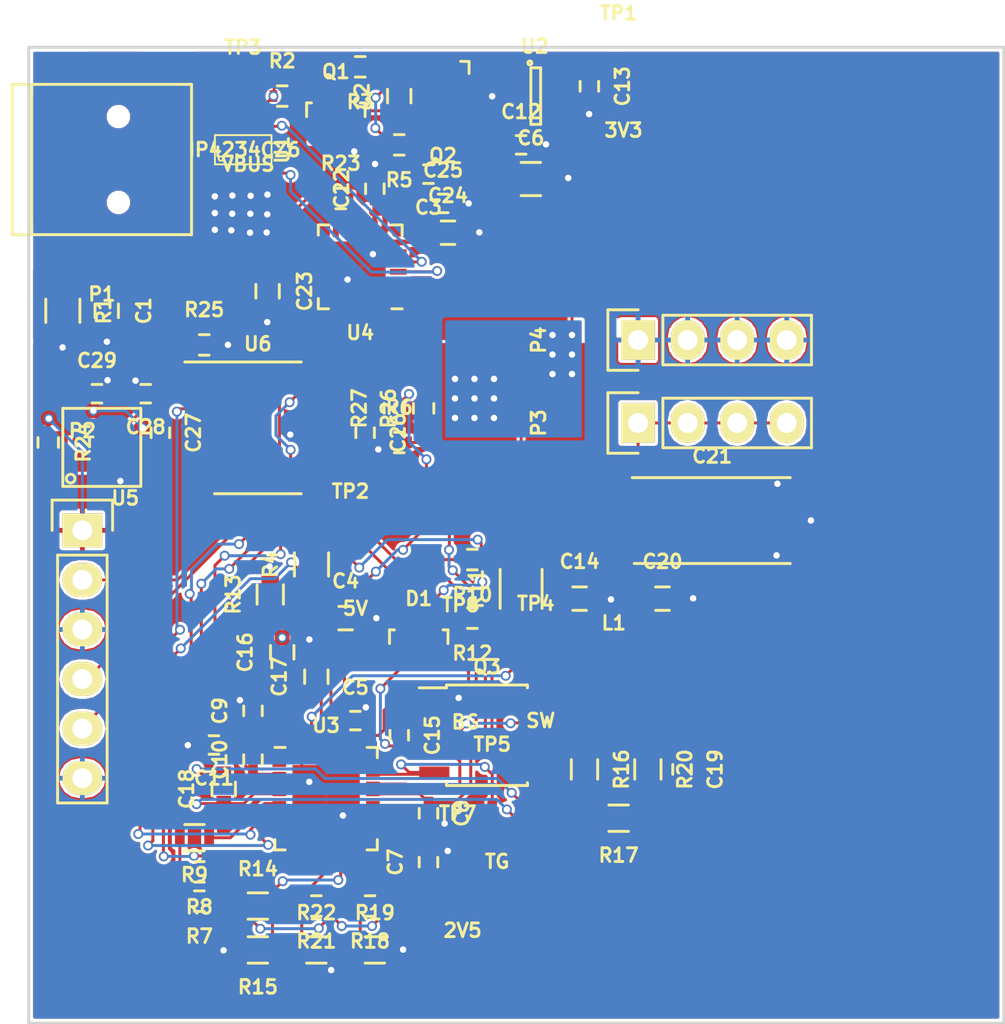
<source format=kicad_pcb>
(kicad_pcb (version 4) (host pcbnew 4.0.1-2.fc23-product)
  (layers (0 F.Cu signal) (31 B.Cu signal) (34 B.Paste user) (35 F.Paste user) (36 B.SilkS user) (37 F.SilkS user) (38 B.Mask user) (39 F.Mask user) (44 Edge.Cuts user))
  (net 0 "")
  (net 1 "Net-(C1-Pad1)")
  (net 2 GND)
  (net 3 /USB_VBUS)
  (net 4 "Net-(C2-Pad2)")
  (net 5 +5V)
  (net 6 "Net-(C3-Pad2)")
  (net 7 "Net-(C4-Pad1)")
  (net 8 /LTC3883_2V5)
  (net 9 /LTC3883_3V3)
  (net 10 /VIN_SNS)
  (net 11 /IIN_SNS)
  (net 12 +3V3)
  (net 13 "Net-(C14-Pad1)")
  (net 14 /SWNODE)
  (net 15 "Net-(C15-Pad2)")
  (net 16 "Net-(C16-Pad1)")
  (net 17 "Net-(C16-Pad2)")
  (net 18 /ISENSE-)
  (net 19 /ISENSE+)
  (net 20 /LTC3883_POUT)
  (net 21 "Net-(C23-Pad1)")
  (net 22 /mcu/VIO)
  (net 23 /ESD_USB_D-)
  (net 24 /ESD_USB_D+)
  (net 25 "Net-(P1-Pad4)")
  (net 26 /mcu/STM32_SWCLK)
  (net 27 /mcu/STM32_SWDIO)
  (net 28 /mcu/STM32_NRST)
  (net 29 "Net-(Q1-Pad1)")
  (net 30 "Net-(Q1-Pad3)")
  (net 31 /BG)
  (net 32 /TG)
  (net 33 /mcu/STM32_ALERTn)
  (net 34 "Net-(R7-Pad1)")
  (net 35 /PGOOD)
  (net 36 "Net-(R9-Pad1)")
  (net 37 /LTC3883_FREQ)
  (net 38 /LTC3883_VOUT)
  (net 39 /LTC3883_ASEL)
  (net 40 "Net-(R23-Pad2)")
  (net 41 "Net-(R24-Pad2)")
  (net 42 /mcu/STM32_BOOT0)
  (net 43 /mcu/STM32_I2C1_SDA)
  (net 44 /mcu/STM32_I2C1_SCL)
  (net 45 /mcu/USB_D+)
  (net 46 /mcu/USB_D-)
  (net 47 "Net-(U2-Pad4)")
  (net 48 "Net-(U3-Pad9)")
  (net 49 "Net-(U3-Pad12)")
  (net 50 "Net-(U3-Pad16)")
  (net 51 "Net-(U3-Pad17)")
  (net 52 "Net-(U3-Pad20)")
  (net 53 "Net-(U3-Pad32)")
  (net 54 "Net-(U4-Pad1)")
  (net 55 "Net-(U4-Pad10)")
  (net 56 "Net-(U4-Pad11)")
  (net 57 "Net-(U4-Pad12)")
  (net 58 "Net-(U4-Pad13)")
  (net 59 "Net-(U4-Pad14)")
  (net 60 "Net-(U4-Pad15)")
  (net 61 "Net-(U4-Pad17)")
  (net 62 "Net-(U4-Pad18)")
  (net 63 "Net-(U4-Pad19)")
  (net 64 /mcu/STM32_USART1_TX)
  (net 65 /mcu/STM32_USART1_RX)
  (net 66 "Net-(U4-Pad22)")
  (net 67 "Net-(U4-Pad23)")
  (net 68 "Net-(U4-Pad24)")
  (net 69 /mcu/12MHz)
  (net 70 "Net-(U6-Pad3)")
  (net 71 "Net-(U6-Pad6)")
  (net 72 "Net-(U6-Pad7)")
  (net 73 "Net-(U6-Pad10)")
  (net 74 "Net-(U6-Pad11)")
  (net 75 "Net-(U6-Pad12)")
  (net 76 "Net-(U6-Pad13)")
  (module Housings_SOIC:SOIC-8_3.9x4.9mm_Pitch1.27mm (layer F.Cu) (at 43.5 55.25)
    (fp_text reference Q3 (at 0 -3.5) (layer F.SilkS) (effects (font (size 0.7 0.7))))
    (fp_text value FDS6982AS)
    (pad 1 smd rect (at -2.7 -1.905) (size 1.55 0.6) (layers F.Cu F.Paste F.Mask) (net 2 GND))
    (pad 2 smd rect (at -2.7 -0.635) (size 1.55 0.6) (layers F.Cu F.Paste F.Mask) (net 31 /BG))
    (pad 3 smd rect (at -2.7 0.635) (size 1.55 0.6) (layers F.Cu F.Paste F.Mask) (net 14 /SWNODE))
    (pad 4 smd rect (at -2.7 1.905) (size 1.55 0.6) (layers F.Cu F.Paste F.Mask) (net 32 /TG))
    (pad 5 smd rect (at 2.7 1.905) (size 1.55 0.6) (layers F.Cu F.Paste F.Mask) (net 13 "Net-(C14-Pad1)"))
    (pad 6 smd rect (at 2.7 0.635) (size 1.55 0.6) (layers F.Cu F.Paste F.Mask) (net 13 "Net-(C14-Pad1)"))
    (pad 7 smd rect (at 2.7 -0.635) (size 1.55 0.6) (layers F.Cu F.Paste F.Mask) (net 14 /SWNODE))
    (pad 8 smd rect (at 2.7 -1.905) (size 1.55 0.6) (layers F.Cu F.Paste F.Mask) (net 14 /SWNODE))
  )
  (module Resistors_SMD:R_0603 (layer F.Cu) (at 32.385 48.03648 90)
    (fp_text reference R13 (at 0 -1.9 90) (layer F.SilkS) (effects (font (size 0.7 0.7))))
    (fp_text value 91k)
    (pad 1 smd rect (at -0.75 0 90) (size 0.5 0.9) (layers F.Cu F.Paste F.Mask) (net 17 "Net-(C16-Pad2)"))
    (pad 2 smd rect (at 0.75 0 90) (size 0.5 0.9) (layers F.Cu F.Paste F.Mask) (net 2 GND))
  )
  (module Connect:USB_Mini-B (layer F.Cu) (at 23.75 25.75)
    (fp_text reference P1 (at 0 6.90118) (layer F.SilkS) (effects (font (size 0.7 0.7))))
    (fp_text value USB_OTG)
    (pad 1 smd rect (at 3.44932 -1.6002) (size 2.30124 0.50038) (layers F.Cu F.Paste F.Mask) (net 3 /USB_VBUS))
    (pad 2 smd rect (at 3.44932 -0.8001) (size 2.30124 0.50038) (layers F.Cu F.Paste F.Mask) (net 23 /ESD_USB_D-))
    (pad 3 smd rect (at 3.44932 0) (size 2.30124 0.50038) (layers F.Cu F.Paste F.Mask) (net 24 /ESD_USB_D+))
    (pad 4 smd rect (at 3.44932 0.8001) (size 2.30124 0.50038) (layers F.Cu F.Paste F.Mask) (net 25 "Net-(P1-Pad4)"))
    (pad 5 smd rect (at 3.44932 1.6002) (size 2.30124 0.50038) (layers F.Cu F.Paste F.Mask) (net 2 GND))
    (pad 8 smd rect (at 3.35026 -4.45008) (size 2.49936 1.99898) (layers F.Cu F.Paste F.Mask))
    (pad 9 smd rect (at -2.14884 -4.45008) (size 2.49936 1.99898) (layers F.Cu F.Paste F.Mask))
    (pad 7 smd rect (at 3.35026 4.45008) (size 2.49936 1.99898) (layers F.Cu F.Paste F.Mask))
    (pad 6 smd rect (at -2.14884 4.45008) (size 2.49936 1.99898) (layers F.Cu F.Paste F.Mask) (net 1 "Net-(C1-Pad1)"))
    (pad "" np_thru_hole circle (at 0.8509 -2.19964) (size 0.89916 0.89916) (drill 0.89916) (layers *.Cu *.Mask F.SilkS))
    (pad "" np_thru_hole circle (at 0.8509 2.19964) (size 0.89916 0.89916) (drill 0.89916) (layers *.Cu *.Mask F.SilkS))
  )
  (module Capacitors_SMD:C_0603 (layer F.Cu) (at 24 33.5 270)
    (fp_text reference C1 (at 0 -1.9 270) (layer F.SilkS) (effects (font (size 0.7 0.7))))
    (fp_text value 4.7n)
    (pad 1 smd rect (at -0.75 0 270) (size 0.8 0.75) (layers F.Cu F.Paste F.Mask) (net 1 "Net-(C1-Pad1)"))
    (pad 2 smd rect (at 0.75 0 270) (size 0.8 0.75) (layers F.Cu F.Paste F.Mask) (net 2 GND))
  )
  (module Capacitors_SMD:C_0603 (layer F.Cu) (at 39 22.5 90)
    (fp_text reference C2 (at 0 -1.9 90) (layer F.SilkS) (effects (font (size 0.7 0.7))))
    (fp_text value 4.7u)
    (pad 1 smd rect (at -0.75 0 90) (size 0.8 0.75) (layers F.Cu F.Paste F.Mask) (net 3 /USB_VBUS))
    (pad 2 smd rect (at 0.75 0 90) (size 0.8 0.75) (layers F.Cu F.Paste F.Mask) (net 4 "Net-(C2-Pad2)"))
  )
  (module Capacitors_SMD:C_0402 (layer F.Cu) (at 40.5 26.5 180)
    (fp_text reference C3 (at 0 -1.7 180) (layer F.SilkS) (effects (font (size 0.7 0.7))))
    (fp_text value 1u)
    (pad 1 smd rect (at -0.55 0 180) (size 0.6 0.5) (layers F.Cu F.Paste F.Mask) (net 5 +5V))
    (pad 2 smd rect (at 0.55 0 180) (size 0.6 0.5) (layers F.Cu F.Paste F.Mask) (net 6 "Net-(C3-Pad2)"))
  )
  (module Capacitors_SMD:C_0603 (layer F.Cu) (at 36.25 49.25)
    (fp_text reference C4 (at 0 -1.9) (layer F.SilkS) (effects (font (size 0.7 0.7))))
    (fp_text value 10u)
    (pad 1 smd rect (at -0.75 0) (size 0.8 0.75) (layers F.Cu F.Paste F.Mask) (net 7 "Net-(C4-Pad1)"))
    (pad 2 smd rect (at 0.75 0) (size 0.8 0.75) (layers F.Cu F.Paste F.Mask) (net 2 GND))
  )
  (module Capacitors_SMD:C_0402 (layer F.Cu) (at 36.75 54.5)
    (fp_text reference C5 (at 0 -1.7) (layer F.SilkS) (effects (font (size 0.7 0.7))))
    (fp_text value 1u)
    (pad 1 smd rect (at -0.55 0) (size 0.6 0.5) (layers F.Cu F.Paste F.Mask) (net 5 +5V))
    (pad 2 smd rect (at 0.55 0) (size 0.6 0.5) (layers F.Cu F.Paste F.Mask) (net 2 GND))
  )
  (module Capacitors_SMD:C_0805 (layer F.Cu) (at 45.75 26.75)
    (fp_text reference C6 (at 0 -2.1) (layer F.SilkS) (effects (font (size 0.7 0.7))))
    (fp_text value 22u)
    (pad 1 smd rect (at -1 0) (size 1 1.25) (layers F.Cu F.Paste F.Mask) (net 5 +5V))
    (pad 2 smd rect (at 1 0) (size 1 1.25) (layers F.Cu F.Paste F.Mask) (net 2 GND))
  )
  (module Capacitors_SMD:C_0402 (layer F.Cu) (at 40.5 61.75 90)
    (fp_text reference C7 (at 0 -1.7 90) (layer F.SilkS) (effects (font (size 0.7 0.7))))
    (fp_text value 1u)
    (pad 1 smd rect (at -0.55 0 90) (size 0.6 0.5) (layers F.Cu F.Paste F.Mask) (net 8 /LTC3883_2V5))
    (pad 2 smd rect (at 0.55 0 90) (size 0.6 0.5) (layers F.Cu F.Paste F.Mask) (net 2 GND))
  )
  (module Capacitors_SMD:C_0402 (layer F.Cu) (at 40.5 59.25 270)
    (fp_text reference C8 (at 0 -1.7 270) (layer F.SilkS) (effects (font (size 0.7 0.7))))
    (fp_text value 1u)
    (pad 1 smd rect (at -0.55 0 270) (size 0.6 0.5) (layers F.Cu F.Paste F.Mask) (net 9 /LTC3883_3V3))
    (pad 2 smd rect (at 0.55 0 270) (size 0.6 0.5) (layers F.Cu F.Paste F.Mask) (net 2 GND))
  )
  (module Capacitors_SMD:C_0402 (layer F.Cu) (at 31.5 54 90)
    (fp_text reference C9 (at 0 -1.7 90) (layer F.SilkS) (effects (font (size 0.7 0.7))))
    (fp_text value 10n)
    (pad 1 smd rect (at -0.55 0 90) (size 0.6 0.5) (layers F.Cu F.Paste F.Mask) (net 10 /VIN_SNS))
    (pad 2 smd rect (at 0.55 0 90) (size 0.6 0.5) (layers F.Cu F.Paste F.Mask) (net 2 GND))
  )
  (module Capacitors_SMD:C_0402 (layer F.Cu) (at 31.5 56.5 90)
    (fp_text reference C10 (at 0 -1.7 90) (layer F.SilkS) (effects (font (size 0.7 0.7))))
    (fp_text value 1u)
    (pad 1 smd rect (at -0.55 0 90) (size 0.6 0.5) (layers F.Cu F.Paste F.Mask) (net 11 /IIN_SNS))
    (pad 2 smd rect (at 0.55 0 90) (size 0.6 0.5) (layers F.Cu F.Paste F.Mask) (net 10 /VIN_SNS))
  )
  (module Capacitors_SMD:C_0402 (layer F.Cu) (at 29.5 55.75 180)
    (fp_text reference C11 (at 0 -1.7 180) (layer F.SilkS) (effects (font (size 0.7 0.7))))
    (fp_text value 10n)
    (pad 1 smd rect (at -0.55 0 180) (size 0.6 0.5) (layers F.Cu F.Paste F.Mask) (net 11 /IIN_SNS))
    (pad 2 smd rect (at 0.55 0 180) (size 0.6 0.5) (layers F.Cu F.Paste F.Mask) (net 2 GND))
  )
  (module Capacitors_SMD:C_0402 (layer F.Cu) (at 45.25 25)
    (fp_text reference C12 (at 0 -1.7) (layer F.SilkS) (effects (font (size 0.7 0.7))))
    (fp_text value 1u)
    (pad 1 smd rect (at -0.55 0) (size 0.6 0.5) (layers F.Cu F.Paste F.Mask) (net 5 +5V))
    (pad 2 smd rect (at 0.55 0) (size 0.6 0.5) (layers F.Cu F.Paste F.Mask) (net 2 GND))
  )
  (module Capacitors_SMD:C_0402 (layer F.Cu) (at 48.75 22 270)
    (fp_text reference C13 (at 0 -1.7 270) (layer F.SilkS) (effects (font (size 0.7 0.7))))
    (fp_text value 1u)
    (pad 1 smd rect (at -0.55 0 270) (size 0.6 0.5) (layers F.Cu F.Paste F.Mask) (net 12 +3V3))
    (pad 2 smd rect (at 0.55 0 270) (size 0.6 0.5) (layers F.Cu F.Paste F.Mask) (net 2 GND))
  )
  (module Capacitors_SMD:C_0603 (layer F.Cu) (at 48.25 48.25)
    (fp_text reference C14 (at 0 -1.9) (layer F.SilkS) (effects (font (size 0.7 0.7))))
    (fp_text value 10u)
    (pad 1 smd rect (at -0.75 0) (size 0.8 0.75) (layers F.Cu F.Paste F.Mask) (net 13 "Net-(C14-Pad1)"))
    (pad 2 smd rect (at 0.75 0) (size 0.8 0.75) (layers F.Cu F.Paste F.Mask) (net 2 GND))
  )
  (module Capacitors_SMD:C_0402 (layer F.Cu) (at 39 55.25 270)
    (fp_text reference C15 (at 0 -1.7 270) (layer F.SilkS) (effects (font (size 0.7 0.7))))
    (fp_text value 100n)
    (pad 1 smd rect (at -0.55 0 270) (size 0.6 0.5) (layers F.Cu F.Paste F.Mask) (net 14 /SWNODE))
    (pad 2 smd rect (at 0.55 0 270) (size 0.6 0.5) (layers F.Cu F.Paste F.Mask) (net 15 "Net-(C15-Pad2)"))
  )
  (module Capacitors_SMD:C_0603 (layer F.Cu) (at 33 51 90)
    (fp_text reference C16 (at 0 -1.9 90) (layer F.SilkS) (effects (font (size 0.7 0.7))))
    (fp_text value 110p)
    (pad 1 smd rect (at -0.75 0 90) (size 0.8 0.75) (layers F.Cu F.Paste F.Mask) (net 16 "Net-(C16-Pad1)"))
    (pad 2 smd rect (at 0.75 0 90) (size 0.8 0.75) (layers F.Cu F.Paste F.Mask) (net 17 "Net-(C16-Pad2)"))
  )
  (module Capacitors_SMD:C_0603 (layer F.Cu) (at 34.75 52.25 90)
    (fp_text reference C17 (at 0 -1.9 90) (layer F.SilkS) (effects (font (size 0.7 0.7))))
    (fp_text value 6.8p)
    (pad 1 smd rect (at -0.75 0 90) (size 0.8 0.75) (layers F.Cu F.Paste F.Mask) (net 16 "Net-(C16-Pad1)"))
    (pad 2 smd rect (at 0.75 0 90) (size 0.8 0.75) (layers F.Cu F.Paste F.Mask) (net 2 GND))
  )
  (module Capacitors_SMD:C_0603 (layer F.Cu) (at 30 58 90)
    (fp_text reference C18 (at 0 -1.9 90) (layer F.SilkS) (effects (font (size 0.7 0.7))))
    (fp_text value 4.7n)
    (pad 1 smd rect (at -0.75 0 90) (size 0.8 0.75) (layers F.Cu F.Paste F.Mask) (net 18 /ISENSE-))
    (pad 2 smd rect (at 0.75 0 90) (size 0.8 0.75) (layers F.Cu F.Paste F.Mask) (net 19 /ISENSE+))
  )
  (module Capacitors_SMD:C_0402 (layer F.Cu) (at 53.5 57 270)
    (fp_text reference C19 (at 0 -1.7 270) (layer F.SilkS) (effects (font (size 0.7 0.7))))
    (fp_text value 1u)
    (pad 1 smd rect (at -0.55 0 270) (size 0.6 0.5) (layers F.Cu F.Paste F.Mask) (net 20 /LTC3883_POUT))
    (pad 2 smd rect (at 0.55 0 270) (size 0.6 0.5) (layers F.Cu F.Paste F.Mask) (net 18 /ISENSE-))
  )
  (module Capacitors_SMD:C_0603 (layer F.Cu) (at 52.5 48.25)
    (fp_text reference C20 (at 0 -1.9) (layer F.SilkS) (effects (font (size 0.7 0.7))))
    (fp_text value 10u)
    (pad 1 smd rect (at -0.75 0) (size 0.8 0.75) (layers F.Cu F.Paste F.Mask) (net 20 /LTC3883_POUT))
    (pad 2 smd rect (at 0.75 0) (size 0.8 0.75) (layers F.Cu F.Paste F.Mask) (net 2 GND))
  )
  (module Capacitors_Tantalum_SMD:TantalC_SizeD_EIA-7343_Reflow (layer F.Cu) (at 55.25 44.25)
    (fp_text reference C21 (at -0.20066 -3.29946) (layer F.SilkS) (effects (font (size 0.7 0.7))))
    (fp_text value 180u)
    (pad 2 smd rect (at 3.12 0) (size 2.37 2.43) (layers F.Cu F.Paste F.Mask) (net 2 GND))
    (pad 1 smd rect (at -3.12 0) (size 2.37 2.43) (layers F.Cu F.Paste F.Mask) (net 20 /LTC3883_POUT))
  )
  (module Capacitors_SMD:C_0402 (layer F.Cu) (at 37.75 27.25 90)
    (fp_text reference C22 (at 0 -1.7 90) (layer F.SilkS) (effects (font (size 0.7 0.7))))
    (fp_text value 1u)
    (pad 1 smd rect (at -0.55 0 90) (size 0.6 0.5) (layers F.Cu F.Paste F.Mask) (net 5 +5V))
    (pad 2 smd rect (at 0.55 0 90) (size 0.6 0.5) (layers F.Cu F.Paste F.Mask) (net 2 GND))
  )
  (module Capacitors_SMD:C_0603 (layer F.Cu) (at 32.25 32.5 270)
    (fp_text reference C23 (at 0 -1.9 270) (layer F.SilkS) (effects (font (size 0.7 0.7))))
    (fp_text value 4.7u)
    (pad 1 smd rect (at -0.75 0 270) (size 0.8 0.75) (layers F.Cu F.Paste F.Mask) (net 21 "Net-(C23-Pad1)"))
    (pad 2 smd rect (at 0.75 0 270) (size 0.8 0.75) (layers F.Cu F.Paste F.Mask) (net 2 GND))
  )
  (module Capacitors_SMD:C_0603 (layer F.Cu) (at 41.5 29.5)
    (fp_text reference C24 (at 0 -1.9) (layer F.SilkS) (effects (font (size 0.7 0.7))))
    (fp_text value 4.7u)
    (pad 1 smd rect (at -0.75 0) (size 0.8 0.75) (layers F.Cu F.Paste F.Mask) (net 22 /mcu/VIO))
    (pad 2 smd rect (at 0.75 0) (size 0.8 0.75) (layers F.Cu F.Paste F.Mask) (net 2 GND))
  )
  (module Capacitors_SMD:C_0402 (layer F.Cu) (at 41.25 28)
    (fp_text reference C25 (at 0 -1.7) (layer F.SilkS) (effects (font (size 0.7 0.7))))
    (fp_text value 1u)
    (pad 1 smd rect (at -0.55 0) (size 0.6 0.5) (layers F.Cu F.Paste F.Mask) (net 22 /mcu/VIO))
    (pad 2 smd rect (at 0.55 0) (size 0.6 0.5) (layers F.Cu F.Paste F.Mask) (net 2 GND))
  )
  (module Capacitors_SMD:C_0402 (layer F.Cu) (at 37.25 39.75 270)
    (fp_text reference C26 (at 0 -1.7 270) (layer F.SilkS) (effects (font (size 0.7 0.7))))
    (fp_text value 100n)
    (pad 1 smd rect (at -0.55 0 270) (size 0.6 0.5) (layers F.Cu F.Paste F.Mask) (net 12 +3V3))
    (pad 2 smd rect (at 0.55 0 270) (size 0.6 0.5) (layers F.Cu F.Paste F.Mask) (net 2 GND))
  )
  (module Capacitors_SMD:C_0402 (layer F.Cu) (at 26.75 39.75 270)
    (fp_text reference C27 (at 0 -1.7 270) (layer F.SilkS) (effects (font (size 0.7 0.7))))
    (fp_text value 100n)
    (pad 1 smd rect (at -0.55 0 270) (size 0.6 0.5) (layers F.Cu F.Paste F.Mask) (net 12 +3V3))
    (pad 2 smd rect (at 0.55 0 270) (size 0.6 0.5) (layers F.Cu F.Paste F.Mask) (net 2 GND))
  )
  (module Capacitors_SMD:C_0402 (layer F.Cu) (at 26 37.75 180)
    (fp_text reference C28 (at 0 -1.7 180) (layer F.SilkS) (effects (font (size 0.7 0.7))))
    (fp_text value 1u)
    (pad 1 smd rect (at -0.55 0 180) (size 0.6 0.5) (layers F.Cu F.Paste F.Mask) (net 12 +3V3))
    (pad 2 smd rect (at 0.55 0 180) (size 0.6 0.5) (layers F.Cu F.Paste F.Mask) (net 2 GND))
  )
  (module Capacitors_SMD:C_0402 (layer F.Cu) (at 23.5 37.75)
    (fp_text reference C29 (at 0 -1.7) (layer F.SilkS) (effects (font (size 0.7 0.7))))
    (fp_text value 10n)
    (pad 1 smd rect (at -0.55 0) (size 0.6 0.5) (layers F.Cu F.Paste F.Mask) (net 12 +3V3))
    (pad 2 smd rect (at 0.55 0) (size 0.6 0.5) (layers F.Cu F.Paste F.Mask) (net 2 GND))
  )
  (module TO_SOT_Packages_SMD:SOT-23 (layer F.Cu) (at 40 50.5)
    (fp_text reference D1 (at 0 -2.25) (layer F.SilkS) (effects (font (size 0.7 0.7))))
    (fp_text value BAT54)
    (pad 1 smd rect (at -0.95 1.00076) (size 0.8001 0.8001) (layers F.Cu F.Paste F.Mask) (net 15 "Net-(C15-Pad2)"))
    (pad 2 smd rect (at 0.95 1.00076) (size 0.8001 0.8001) (layers F.Cu F.Paste F.Mask) (net 5 +5V))
    (pad 3 smd rect (at 0 -0.99822) (size 0.8001 0.8001) (layers F.Cu F.Paste F.Mask))
  )
  (module kicad-fp:XAL5050 (layer F.Cu) (at 50 52.5)
    (fp_text reference L1 (at 0 -3) (layer F.SilkS) (effects (font (size 0.7 0.7))))
    (fp_text value 10u hide)
    (pad 1 smd rect (at -1.655 0) (size 1.18 4.7) (layers F.Cu F.Paste F.Mask) (net 14 /SWNODE))
    (pad 2 smd rect (at 1.655 0) (size 1.18 4.7) (layers F.Cu F.Paste F.Mask) (net 20 /LTC3883_POUT))
  )
  (module Pin_Headers:Pin_Header_Straight_1x06 (layer F.Cu) (at 22.75 44.75)
    (fp_text reference P2 (at 0 -5.1) (layer F.SilkS) (effects (font (size 0.7 0.7))))
    (fp_text value SWD_CONN)
    (pad 1 thru_hole rect (at 0 0) (size 2.032 1.7272) (drill 1.016) (layers *.Cu *.Mask F.SilkS) (net 12 +3V3))
    (pad 2 thru_hole oval (at 0 2.54) (size 2.032 1.7272) (drill 1.016) (layers *.Cu *.Mask F.SilkS) (net 26 /mcu/STM32_SWCLK))
    (pad 3 thru_hole oval (at 0 5.08) (size 2.032 1.7272) (drill 1.016) (layers *.Cu *.Mask F.SilkS) (net 2 GND))
    (pad 4 thru_hole oval (at 0 7.62) (size 2.032 1.7272) (drill 1.016) (layers *.Cu *.Mask F.SilkS) (net 27 /mcu/STM32_SWDIO))
    (pad 5 thru_hole oval (at 0 10.16) (size 2.032 1.7272) (drill 1.016) (layers *.Cu *.Mask F.SilkS) (net 28 /mcu/STM32_NRST))
    (pad 6 thru_hole oval (at 0 12.7) (size 2.032 1.7272) (drill 1.016) (layers *.Cu *.Mask F.SilkS) (net 2 GND))
  )
  (module Pin_Headers:Pin_Header_Straight_1x04 (layer F.Cu) (at 51.25 39.25 90)
    (fp_text reference P3 (at 0 -5.1 90) (layer F.SilkS) (effects (font (size 0.7 0.7))))
    (fp_text value VOUT_CONN)
    (pad 1 thru_hole rect (at 0 0 90) (size 2.032 1.7272) (drill 1.016) (layers *.Cu *.Mask F.SilkS) (net 20 /LTC3883_POUT))
    (pad 2 thru_hole oval (at 0 2.54 90) (size 2.032 1.7272) (drill 1.016) (layers *.Cu *.Mask F.SilkS) (net 20 /LTC3883_POUT))
    (pad 3 thru_hole oval (at 0 5.08 90) (size 2.032 1.7272) (drill 1.016) (layers *.Cu *.Mask F.SilkS) (net 20 /LTC3883_POUT))
    (pad 4 thru_hole oval (at 0 7.62 90) (size 2.032 1.7272) (drill 1.016) (layers *.Cu *.Mask F.SilkS) (net 20 /LTC3883_POUT))
  )
  (module Pin_Headers:Pin_Header_Straight_1x04 (layer F.Cu) (at 51.25 35 90)
    (fp_text reference P4 (at 0 -5.1 90) (layer F.SilkS) (effects (font (size 0.7 0.7))))
    (fp_text value GND_CONN)
    (pad 1 thru_hole rect (at 0 0 90) (size 2.032 1.7272) (drill 1.016) (layers *.Cu *.Mask F.SilkS) (net 2 GND))
    (pad 2 thru_hole oval (at 0 2.54 90) (size 2.032 1.7272) (drill 1.016) (layers *.Cu *.Mask F.SilkS) (net 2 GND))
    (pad 3 thru_hole oval (at 0 5.08 90) (size 2.032 1.7272) (drill 1.016) (layers *.Cu *.Mask F.SilkS) (net 2 GND))
    (pad 4 thru_hole oval (at 0 7.62 90) (size 2.032 1.7272) (drill 1.016) (layers *.Cu *.Mask F.SilkS) (net 2 GND))
  )
  (module TO_SOT_Packages_SMD:SOT-23 (layer F.Cu) (at 35.75 23.5)
    (fp_text reference Q1 (at 0 -2.25) (layer F.SilkS) (effects (font (size 0.7 0.7))))
    (fp_text value BSS138)
    (pad 1 smd rect (at -0.95 1.00076) (size 0.8001 0.8001) (layers F.Cu F.Paste F.Mask) (net 29 "Net-(Q1-Pad1)"))
    (pad 2 smd rect (at 0.95 1.00076) (size 0.8001 0.8001) (layers F.Cu F.Paste F.Mask) (net 2 GND))
    (pad 3 smd rect (at 0 -0.99822) (size 0.8001 0.8001) (layers F.Cu F.Paste F.Mask) (net 30 "Net-(Q1-Pad3)"))
  )
  (module TO_SOT_Packages_SMD:SC-70-6 (layer F.Cu) (at 41.25 22.5 180)
    (fp_text reference Q2 (at 0.01016 -3.05054 180) (layer F.SilkS) (effects (font (size 0.7 0.7))))
    (fp_text value FDG332PZ)
    (pad 1 smd rect (at -0.65024 0.94996 180) (size 0.39878 0.7493) (layers F.Cu F.Paste F.Mask) (net 5 +5V))
    (pad 2 smd rect (at 0 0.94996 180) (size 0.39878 0.7493) (layers F.Cu F.Paste F.Mask) (net 5 +5V))
    (pad 3 smd rect (at 0.65024 0.94996 180) (size 0.39878 0.7493) (layers F.Cu F.Paste F.Mask) (net 4 "Net-(C2-Pad2)"))
    (pad 4 smd rect (at 0.65024 -0.94996 180) (size 0.39878 0.7493) (layers F.Cu F.Paste F.Mask) (net 3 /USB_VBUS))
    (pad 5 smd rect (at 0 -0.94996 180) (size 0.39878 0.7493) (layers F.Cu F.Paste F.Mask) (net 5 +5V))
    (pad 6 smd rect (at -0.65024 -0.94996 180) (size 0.39878 0.7493) (layers F.Cu F.Paste F.Mask) (net 5 +5V))
  )
  (module Resistors_SMD:R_0805 (layer F.Cu) (at 21.75 33.5 270)
    (fp_text reference R1 (at 0 -2.1 270) (layer F.SilkS) (effects (font (size 0.7 0.7))))
    (fp_text value 1Meg)
    (pad 1 smd rect (at -0.95 0 270) (size 0.7 1.3) (layers F.Cu F.Paste F.Mask) (net 1 "Net-(C1-Pad1)"))
    (pad 2 smd rect (at 0.95 0 270) (size 0.7 1.3) (layers F.Cu F.Paste F.Mask) (net 2 GND))
  )
  (module Resistors_SMD:R_0402 (layer F.Cu) (at 33 22.5)
    (fp_text reference R2 (at 0 -1.8) (layer F.SilkS) (effects (font (size 0.7 0.7))))
    (fp_text value 1k)
    (pad 1 smd rect (at -0.45 0) (size 0.4 0.6) (layers F.Cu F.Paste F.Mask) (net 3 /USB_VBUS))
    (pad 2 smd rect (at 0.45 0) (size 0.4 0.6) (layers F.Cu F.Paste F.Mask) (net 29 "Net-(Q1-Pad1)"))
  )
  (module Resistors_SMD:R_0402 (layer F.Cu) (at 37 21 180)
    (fp_text reference R3 (at 0 -1.8 180) (layer F.SilkS) (effects (font (size 0.7 0.7))))
    (fp_text value 1k)
    (pad 1 smd rect (at -0.45 0 180) (size 0.4 0.6) (layers F.Cu F.Paste F.Mask) (net 4 "Net-(C2-Pad2)"))
    (pad 2 smd rect (at 0.45 0 180) (size 0.4 0.6) (layers F.Cu F.Paste F.Mask) (net 30 "Net-(Q1-Pad3)"))
  )
  (module Resistors_SMD:R_0805 (layer F.Cu) (at 34.5 46.5 90)
    (fp_text reference R4 (at 0 -2.1 90) (layer F.SilkS) (effects (font (size 0.7 0.7))))
    (fp_text value 3)
    (pad 1 smd rect (at -0.95 0 90) (size 0.7 1.3) (layers F.Cu F.Paste F.Mask) (net 7 "Net-(C4-Pad1)"))
    (pad 2 smd rect (at 0.95 0 90) (size 0.7 1.3) (layers F.Cu F.Paste F.Mask) (net 5 +5V))
  )
  (module Resistors_SMD:R_0402 (layer F.Cu) (at 39 25 180)
    (fp_text reference R5 (at 0 -1.8 180) (layer F.SilkS) (effects (font (size 0.7 0.7))))
    (fp_text value 10k)
    (pad 1 smd rect (at -0.45 0 180) (size 0.4 0.6) (layers F.Cu F.Paste F.Mask) (net 6 "Net-(C3-Pad2)"))
    (pad 2 smd rect (at 0.45 0 180) (size 0.4 0.6) (layers F.Cu F.Paste F.Mask) (net 4 "Net-(C2-Pad2)"))
  )
  (module Resistors_SMD:R_0402 (layer F.Cu) (at 39 40.25)
    (fp_text reference R6 (at 0 -1.8) (layer F.SilkS) (effects (font (size 0.7 0.7))))
    (fp_text value 10k)
    (pad 1 smd rect (at -0.45 0) (size 0.4 0.6) (layers F.Cu F.Paste F.Mask) (net 33 /mcu/STM32_ALERTn))
    (pad 2 smd rect (at 0.45 0) (size 0.4 0.6) (layers F.Cu F.Paste F.Mask) (net 9 /LTC3883_3V3))
  )
  (module Resistors_SMD:R_0402 (layer F.Cu) (at 28.75 63.75 180)
    (fp_text reference R7 (at 0 -1.8 180) (layer F.SilkS) (effects (font (size 0.7 0.7))))
    (fp_text value 10k)
    (pad 1 smd rect (at -0.45 0 180) (size 0.4 0.6) (layers F.Cu F.Paste F.Mask) (net 34 "Net-(R7-Pad1)"))
    (pad 2 smd rect (at 0.45 0 180) (size 0.4 0.6) (layers F.Cu F.Paste F.Mask) (net 9 /LTC3883_3V3))
  )
  (module Resistors_SMD:R_0402 (layer F.Cu) (at 28.75 62.25 180)
    (fp_text reference R8 (at 0 -1.8 180) (layer F.SilkS) (effects (font (size 0.7 0.7))))
    (fp_text value 10k)
    (pad 1 smd rect (at -0.45 0 180) (size 0.4 0.6) (layers F.Cu F.Paste F.Mask) (net 35 /PGOOD))
    (pad 2 smd rect (at 0.45 0 180) (size 0.4 0.6) (layers F.Cu F.Paste F.Mask) (net 9 /LTC3883_3V3))
  )
  (module Resistors_SMD:R_0603 (layer F.Cu) (at 28.5 60.5 180)
    (fp_text reference R9 (at 0 -1.9 180) (layer F.SilkS) (effects (font (size 0.7 0.7))))
    (fp_text value 5k)
    (pad 1 smd rect (at -0.75 0 180) (size 0.5 0.9) (layers F.Cu F.Paste F.Mask) (net 36 "Net-(R9-Pad1)"))
    (pad 2 smd rect (at 0.75 0 180) (size 0.5 0.9) (layers F.Cu F.Paste F.Mask) (net 9 /LTC3883_3V3))
  )
  (module Resistors_SMD:R_0402 (layer F.Cu) (at 42.75 46.25 180)
    (fp_text reference R10 (at 0 -1.8 180) (layer F.SilkS) (effects (font (size 0.7 0.7))))
    (fp_text value 100)
    (pad 1 smd rect (at -0.45 0 180) (size 0.4 0.6) (layers F.Cu F.Paste F.Mask) (net 5 +5V))
    (pad 2 smd rect (at 0.45 0 180) (size 0.4 0.6) (layers F.Cu F.Paste F.Mask) (net 10 /VIN_SNS))
  )
  (module Resistors_SMD:R_1206 (layer F.Cu) (at 45.25 47.75 90)
    (fp_text reference R11 (at 0 -2.3 90) (layer F.SilkS) (effects (font (size 0.7 0.7))))
    (fp_text value 5m)
    (pad 1 smd rect (at -1.45 0 90) (size 0.9 1.7) (layers F.Cu F.Paste F.Mask) (net 13 "Net-(C14-Pad1)"))
    (pad 2 smd rect (at 1.45 0 90) (size 0.9 1.7) (layers F.Cu F.Paste F.Mask) (net 5 +5V))
  )
  (module Resistors_SMD:R_0402 (layer F.Cu) (at 42.75 49.25 180)
    (fp_text reference R12 (at 0 -1.8 180) (layer F.SilkS) (effects (font (size 0.7 0.7))))
    (fp_text value 100)
    (pad 1 smd rect (at -0.45 0 180) (size 0.4 0.6) (layers F.Cu F.Paste F.Mask) (net 13 "Net-(C14-Pad1)"))
    (pad 2 smd rect (at 0.45 0 180) (size 0.4 0.6) (layers F.Cu F.Paste F.Mask) (net 11 /IIN_SNS))
  )
  (module Resistors_SMD:R_0603 (layer F.Cu) (at 31.75 64)
    (fp_text reference R14 (at 0 -1.9) (layer F.SilkS) (effects (font (size 0.7 0.7))))
    (fp_text value 20k)
    (pad 1 smd rect (at -0.75 0) (size 0.5 0.9) (layers F.Cu F.Paste F.Mask) (net 8 /LTC3883_2V5))
    (pad 2 smd rect (at 0.75 0) (size 0.5 0.9) (layers F.Cu F.Paste F.Mask) (net 37 /LTC3883_FREQ))
  )
  (module Resistors_SMD:R_0603 (layer F.Cu) (at 31.75 66.25 180)
    (fp_text reference R15 (at 0 -1.9 180) (layer F.SilkS) (effects (font (size 0.7 0.7))))
    (fp_text value 12.7k)
    (pad 1 smd rect (at -0.75 0 180) (size 0.5 0.9) (layers F.Cu F.Paste F.Mask) (net 37 /LTC3883_FREQ))
    (pad 2 smd rect (at 0.75 0 180) (size 0.5 0.9) (layers F.Cu F.Paste F.Mask) (net 2 GND))
  )
  (module Resistors_SMD:R_0603 (layer F.Cu) (at 48.5 57 270)
    (fp_text reference R16 (at 0 -1.9 270) (layer F.SilkS) (effects (font (size 0.7 0.7))))
    (fp_text value 3.9k)
    (pad 1 smd rect (at -0.75 0 270) (size 0.5 0.9) (layers F.Cu F.Paste F.Mask) (net 14 /SWNODE))
    (pad 2 smd rect (at 0.75 0 270) (size 0.5 0.9) (layers F.Cu F.Paste F.Mask) (net 19 /ISENSE+))
  )
  (module Resistors_SMD:R_0603 (layer F.Cu) (at 50.25 59.5 180)
    (fp_text reference R17 (at 0 -1.9 180) (layer F.SilkS) (effects (font (size 0.7 0.7))))
    (fp_text value 6.8k)
    (pad 1 smd rect (at -0.75 0 180) (size 0.5 0.9) (layers F.Cu F.Paste F.Mask) (net 18 /ISENSE-))
    (pad 2 smd rect (at 0.75 0 180) (size 0.5 0.9) (layers F.Cu F.Paste F.Mask) (net 19 /ISENSE+))
  )
  (module Resistors_SMD:R_0402 (layer F.Cu) (at 37.5 64 180)
    (fp_text reference R18 (at 0 -1.8 180) (layer F.SilkS) (effects (font (size 0.7 0.7))))
    (fp_text value 10k)
    (pad 1 smd rect (at -0.45 0 180) (size 0.4 0.6) (layers F.Cu F.Paste F.Mask) (net 8 /LTC3883_2V5))
    (pad 2 smd rect (at 0.45 0 180) (size 0.4 0.6) (layers F.Cu F.Paste F.Mask) (net 38 /LTC3883_VOUT))
  )
  (module Resistors_SMD:R_0603 (layer F.Cu) (at 37.75 66.25)
    (fp_text reference R19 (at 0 -1.9) (layer F.SilkS) (effects (font (size 0.7 0.7))))
    (fp_text value 15.8k)
    (pad 1 smd rect (at -0.75 0) (size 0.5 0.9) (layers F.Cu F.Paste F.Mask) (net 38 /LTC3883_VOUT))
    (pad 2 smd rect (at 0.75 0) (size 0.5 0.9) (layers F.Cu F.Paste F.Mask) (net 2 GND))
  )
  (module Resistors_SMD:R_0603 (layer F.Cu) (at 51.75 57 270)
    (fp_text reference R20 (at 0 -1.9 270) (layer F.SilkS) (effects (font (size 0.7 0.7))))
    (fp_text value 3.9k)
    (pad 1 smd rect (at -0.75 0 270) (size 0.5 0.9) (layers F.Cu F.Paste F.Mask) (net 20 /LTC3883_POUT))
    (pad 2 smd rect (at 0.75 0 270) (size 0.5 0.9) (layers F.Cu F.Paste F.Mask) (net 18 /ISENSE-))
  )
  (module Resistors_SMD:R_0402 (layer F.Cu) (at 34.75 64 180)
    (fp_text reference R21 (at 0 -1.8 180) (layer F.SilkS) (effects (font (size 0.7 0.7))))
    (fp_text value 10k)
    (pad 1 smd rect (at -0.45 0 180) (size 0.4 0.6) (layers F.Cu F.Paste F.Mask) (net 8 /LTC3883_2V5))
    (pad 2 smd rect (at 0.45 0 180) (size 0.4 0.6) (layers F.Cu F.Paste F.Mask) (net 39 /LTC3883_ASEL))
  )
  (module Resistors_SMD:R_0603 (layer F.Cu) (at 34.75 66.25)
    (fp_text reference R22 (at 0 -1.9) (layer F.SilkS) (effects (font (size 0.7 0.7))))
    (fp_text value 15.8k)
    (pad 1 smd rect (at -0.75 0) (size 0.5 0.9) (layers F.Cu F.Paste F.Mask) (net 39 /LTC3883_ASEL))
    (pad 2 smd rect (at 0.75 0) (size 0.5 0.9) (layers F.Cu F.Paste F.Mask) (net 2 GND))
  )
  (module Resistors_SMD:R_0402 (layer F.Cu) (at 36 27.75)
    (fp_text reference R23 (at 0 -1.8) (layer F.SilkS) (effects (font (size 0.7 0.7))))
    (fp_text value 10k)
    (pad 1 smd rect (at -0.45 0) (size 0.4 0.6) (layers F.Cu F.Paste F.Mask) (net 12 +3V3))
    (pad 2 smd rect (at 0.45 0) (size 0.4 0.6) (layers F.Cu F.Paste F.Mask) (net 40 "Net-(R23-Pad2)"))
  )
  (module Resistors_SMD:R_0402 (layer F.Cu) (at 21 40.25 270)
    (fp_text reference R24 (at 0 -1.8 270) (layer F.SilkS) (effects (font (size 0.7 0.7))))
    (fp_text value 10k)
    (pad 1 smd rect (at -0.45 0 270) (size 0.4 0.6) (layers F.Cu F.Paste F.Mask) (net 12 +3V3))
    (pad 2 smd rect (at 0.45 0 270) (size 0.4 0.6) (layers F.Cu F.Paste F.Mask) (net 41 "Net-(R24-Pad2)"))
  )
  (module Resistors_SMD:R_0402 (layer F.Cu) (at 29 35.25)
    (fp_text reference R25 (at 0 -1.8) (layer F.SilkS) (effects (font (size 0.7 0.7))))
    (fp_text value 10k)
    (pad 1 smd rect (at -0.45 0) (size 0.4 0.6) (layers F.Cu F.Paste F.Mask) (net 42 /mcu/STM32_BOOT0))
    (pad 2 smd rect (at 0.45 0) (size 0.4 0.6) (layers F.Cu F.Paste F.Mask) (net 2 GND))
  )
  (module Resistors_SMD:R_0402 (layer F.Cu) (at 40.25 38.5 90)
    (fp_text reference R26 (at 0 -1.8 90) (layer F.SilkS) (effects (font (size 0.7 0.7))))
    (fp_text value 3.3k)
    (pad 1 smd rect (at -0.45 0 90) (size 0.4 0.6) (layers F.Cu F.Paste F.Mask) (net 12 +3V3))
    (pad 2 smd rect (at 0.45 0 90) (size 0.4 0.6) (layers F.Cu F.Paste F.Mask) (net 43 /mcu/STM32_I2C1_SDA))
  )
  (module Resistors_SMD:R_0402 (layer F.Cu) (at 38.75 38.5 90)
    (fp_text reference R27 (at 0 -1.8 90) (layer F.SilkS) (effects (font (size 0.7 0.7))))
    (fp_text value 3.3k)
    (pad 1 smd rect (at -0.45 0 90) (size 0.4 0.6) (layers F.Cu F.Paste F.Mask) (net 12 +3V3))
    (pad 2 smd rect (at 0.45 0 90) (size 0.4 0.6) (layers F.Cu F.Paste F.Mask) (net 44 /mcu/STM32_I2C1_SCL))
  )
  (module bce:TP (layer F.Cu) (at 50.25 21.25)
    (fp_text reference TP1 (at 0 -3) (layer F.SilkS) (effects (font (size 0.7 0.7))))
    (fp_text value 3V3 (at 0.25 3) (layer F.SilkS) (effects (font (size 0.7 0.7))))
    (pad 1 smd circle (at 0 0) (size 0.508 0.508) (layers F.Cu F.Paste F.Mask) (net 12 +3V3))
  )
  (module bce:TP (layer F.Cu) (at 36.5 45.75)
    (fp_text reference TP2 (at 0 -3) (layer F.SilkS) (effects (font (size 0.7 0.7))))
    (fp_text value 5V (at 0.25 3) (layer F.SilkS) (effects (font (size 0.7 0.7))))
    (pad 1 smd circle (at 0 0) (size 0.508 0.508) (layers F.Cu F.Paste F.Mask) (net 5 +5V))
  )
  (module bce:TP (layer F.Cu) (at 31 23)
    (fp_text reference TP3 (at 0 -3) (layer F.SilkS) (effects (font (size 0.7 0.7))))
    (fp_text value VBUS (at 0.25 3) (layer F.SilkS) (effects (font (size 0.7 0.7))))
    (pad 1 smd circle (at 0 0) (size 0.508 0.508) (layers F.Cu F.Paste F.Mask) (net 3 /USB_VBUS))
  )
  (module bce:TP (layer F.Cu) (at 46 51.5)
    (fp_text reference TP4 (at 0 -3) (layer F.SilkS) (effects (font (size 0.7 0.7))))
    (fp_text value SW (at 0.25 3) (layer F.SilkS) (effects (font (size 0.7 0.7))))
    (pad 1 smd circle (at 0 0) (size 0.508 0.508) (layers F.Cu F.Paste F.Mask) (net 14 /SWNODE))
  )
  (module bce:TP (layer F.Cu) (at 43.76928 58.71972)
    (fp_text reference TP5 (at 0 -3) (layer F.SilkS) (effects (font (size 0.7 0.7))))
    (fp_text value TG (at 0.25 3) (layer F.SilkS) (effects (font (size 0.7 0.7))))
    (pad 1 smd circle (at 0 0) (size 0.508 0.508) (layers F.Cu F.Paste F.Mask) (net 32 /TG))
  )
  (module bce:TP (layer F.Cu) (at 42.14876 51.57216)
    (fp_text reference TP6 (at 0 -3) (layer F.SilkS) (effects (font (size 0.7 0.7))))
    (fp_text value BG (at 0.25 3) (layer F.SilkS) (effects (font (size 0.7 0.7))))
    (pad 1 smd circle (at 0 0) (size 0.508 0.508) (layers F.Cu F.Paste F.Mask) (net 31 /BG))
  )
  (module bce:TP (layer F.Cu) (at 42 62.25)
    (fp_text reference TP7 (at 0 -3) (layer F.SilkS) (effects (font (size 0.7 0.7))))
    (fp_text value 2V5 (at 0.25 3) (layer F.SilkS) (effects (font (size 0.7 0.7))))
    (pad 1 smd circle (at 0 0) (size 0.508 0.508) (layers F.Cu F.Paste F.Mask) (net 8 /LTC3883_2V5))
  )
  (module sot:SOT457 (layer F.Cu) (at 31 25.25)
    (fp_text reference U1 (at 1.99898 0 90) (layer F.SilkS) (effects (font (size 0.7 0.7))))
    (fp_text value IP4234CZ6 (at 0.0635 0) (layer F.SilkS) (effects (font (size 0.7 0.7))))
    (pad 6 smd rect (at -0.94996 -1.19888) (size 0.55118 0.8001) (layers F.Cu F.Paste F.Mask) (net 23 /ESD_USB_D-) (clearance 0.20066))
    (pad 5 smd rect (at 0 -1.19888) (size 0.55118 0.8001) (layers F.Cu F.Paste F.Mask) (net 3 /USB_VBUS) (clearance 0.20066))
    (pad 4 smd rect (at 0.94996 -1.19888) (size 0.55118 0.8001) (layers F.Cu F.Paste F.Mask) (net 46 /mcu/USB_D-) (clearance 0.20066))
    (pad 3 smd rect (at 0.94996 1.19888) (size 0.55118 0.8001) (layers F.Cu F.Paste F.Mask) (net 45 /mcu/USB_D+) (clearance 0.20066))
    (pad 2 smd rect (at 0 1.19888) (size 0.55118 0.8001) (layers F.Cu F.Paste F.Mask) (net 2 GND) (clearance 0.20066))
    (pad 1 smd rect (at -0.94996 1.19888) (size 0.55118 0.8001) (layers F.Cu F.Paste F.Mask) (net 24 /ESD_USB_D+) (clearance 0.20066))
  )
  (module TO_SOT_Packages_SMD:SOT-23-5 (layer F.Cu) (at 46 22.5)
    (fp_text reference U2 (at -0.05 -2.55) (layer F.SilkS) (effects (font (size 0.7 0.7))))
    (fp_text value MIC5504-3.3)
    (pad 1 smd rect (at -1.1 -0.95) (size 1.06 0.65) (layers F.Cu F.Paste F.Mask) (net 5 +5V))
    (pad 2 smd rect (at -1.1 0) (size 1.06 0.65) (layers F.Cu F.Paste F.Mask) (net 2 GND))
    (pad 3 smd rect (at -1.1 0.95) (size 1.06 0.65) (layers F.Cu F.Paste F.Mask) (net 5 +5V))
    (pad 4 smd rect (at 1.1 0.95) (size 1.06 0.65) (layers F.Cu F.Paste F.Mask) (net 47 "Net-(U2-Pad4)"))
    (pad 5 smd rect (at 1.1 -0.95) (size 1.06 0.65) (layers F.Cu F.Paste F.Mask) (net 12 +3V3))
  )
  (module Housings_DFN_QFN:QFN-32-1EP_5x5mm_Pitch0.5mm (layer F.Cu) (at 35.25 58.5)
    (fp_text reference U3 (at 0 -3.75) (layer F.SilkS) (effects (font (size 0.7 0.7))))
    (fp_text value LTC3883EUH-1#PBF)
    (pad 1 smd rect (at -2.4 -1.75) (size 0.7 0.25) (layers F.Cu F.Paste F.Mask) (net 10 /VIN_SNS))
    (pad 2 smd rect (at -2.4 -1.25) (size 0.7 0.25) (layers F.Cu F.Paste F.Mask) (net 11 /IIN_SNS))
    (pad 3 smd rect (at -2.4 -0.75) (size 0.7 0.25) (layers F.Cu F.Paste F.Mask) (net 19 /ISENSE+))
    (pad 4 smd rect (at -2.4 -0.25) (size 0.7 0.25) (layers F.Cu F.Paste F.Mask) (net 18 /ISENSE-))
    (pad 5 smd rect (at -2.4 0.25) (size 0.7 0.25) (layers F.Cu F.Paste F.Mask) (net 36 "Net-(R9-Pad1)"))
    (pad 6 smd rect (at -2.4 0.75) (size 0.7 0.25) (layers F.Cu F.Paste F.Mask) (net 44 /mcu/STM32_I2C1_SCL))
    (pad 7 smd rect (at -2.4 1.25) (size 0.7 0.25) (layers F.Cu F.Paste F.Mask) (net 43 /mcu/STM32_I2C1_SDA))
    (pad 8 smd rect (at -2.4 1.75) (size 0.7 0.25) (layers F.Cu F.Paste F.Mask) (net 33 /mcu/STM32_ALERTn))
    (pad 9 smd rect (at -1.75 2.4 90) (size 0.7 0.25) (layers F.Cu F.Paste F.Mask) (net 48 "Net-(U3-Pad9)"))
    (pad 10 smd rect (at -1.25 2.4 90) (size 0.7 0.25) (layers F.Cu F.Paste F.Mask) (net 35 /PGOOD))
    (pad 11 smd rect (at -0.75 2.4 90) (size 0.7 0.25) (layers F.Cu F.Paste F.Mask) (net 34 "Net-(R7-Pad1)"))
    (pad 12 smd rect (at -0.25 2.4 90) (size 0.7 0.25) (layers F.Cu F.Paste F.Mask) (net 49 "Net-(U3-Pad12)"))
    (pad 13 smd rect (at 0.25 2.4 90) (size 0.7 0.25) (layers F.Cu F.Paste F.Mask) (net 39 /LTC3883_ASEL))
    (pad 14 smd rect (at 0.75 2.4 90) (size 0.7 0.25) (layers F.Cu F.Paste F.Mask) (net 37 /LTC3883_FREQ))
    (pad 15 smd rect (at 1.25 2.4 90) (size 0.7 0.25) (layers F.Cu F.Paste F.Mask) (net 38 /LTC3883_VOUT))
    (pad 16 smd rect (at 1.75 2.4 90) (size 0.7 0.25) (layers F.Cu F.Paste F.Mask) (net 50 "Net-(U3-Pad16)"))
    (pad 17 smd rect (at 2.4 1.75) (size 0.7 0.25) (layers F.Cu F.Paste F.Mask) (net 51 "Net-(U3-Pad17)"))
    (pad 18 smd rect (at 2.4 1.25) (size 0.7 0.25) (layers F.Cu F.Paste F.Mask) (net 8 /LTC3883_2V5))
    (pad 19 smd rect (at 2.4 0.75) (size 0.7 0.25) (layers F.Cu F.Paste F.Mask) (net 2 GND))
    (pad 20 smd rect (at 2.4 0.25) (size 0.7 0.25) (layers F.Cu F.Paste F.Mask) (net 52 "Net-(U3-Pad20)"))
    (pad 21 smd rect (at 2.4 -0.25) (size 0.7 0.25) (layers F.Cu F.Paste F.Mask) (net 9 /LTC3883_3V3))
    (pad 22 smd rect (at 2.4 -0.75) (size 0.7 0.25) (layers F.Cu F.Paste F.Mask) (net 14 /SWNODE))
    (pad 23 smd rect (at 2.4 -1.25) (size 0.7 0.25) (layers F.Cu F.Paste F.Mask) (net 32 /TG))
    (pad 24 smd rect (at 2.4 -1.75) (size 0.7 0.25) (layers F.Cu F.Paste F.Mask) (net 15 "Net-(C15-Pad2)"))
    (pad 25 smd rect (at 1.75 -2.4 90) (size 0.7 0.25) (layers F.Cu F.Paste F.Mask) (net 2 GND))
    (pad 26 smd rect (at 1.25 -2.4 90) (size 0.7 0.25) (layers F.Cu F.Paste F.Mask) (net 31 /BG))
    (pad 27 smd rect (at 0.75 -2.4 90) (size 0.7 0.25) (layers F.Cu F.Paste F.Mask) (net 5 +5V))
    (pad 28 smd rect (at 0.25 -2.4 90) (size 0.7 0.25) (layers F.Cu F.Paste F.Mask) (net 7 "Net-(C4-Pad1)"))
    (pad 29 smd rect (at -0.25 -2.4 90) (size 0.7 0.25) (layers F.Cu F.Paste F.Mask) (net 16 "Net-(C16-Pad1)"))
    (pad 30 smd rect (at -0.75 -2.4 90) (size 0.7 0.25) (layers F.Cu F.Paste F.Mask) (net 20 /LTC3883_POUT))
    (pad 31 smd rect (at -1.25 -2.4 90) (size 0.7 0.25) (layers F.Cu F.Paste F.Mask) (net 2 GND))
    (pad 32 smd rect (at -1.75 -2.4 90) (size 0.7 0.25) (layers F.Cu F.Paste F.Mask) (net 53 "Net-(U3-Pad32)"))
    (pad 33 smd rect (at 0.8625 0.8625) (size 1.725 1.725) (layers F.Cu F.Paste F.Mask) (net 2 GND))
    (pad 33 smd rect (at 0.8625 -0.8625) (size 1.725 1.725) (layers F.Cu F.Paste F.Mask) (net 2 GND))
    (pad 33 smd rect (at -0.8625 0.8625) (size 1.725 1.725) (layers F.Cu F.Paste F.Mask) (net 2 GND))
    (pad 33 smd rect (at -0.8625 -0.8625) (size 1.725 1.725) (layers F.Cu F.Paste F.Mask) (net 2 GND))
  )
  (module Housings_DFN_QFN:QFN-24-1EP_4x4mm_Pitch0.5mm (layer F.Cu) (at 37 31.25 180)
    (fp_text reference U4 (at 0 -3.375 180) (layer F.SilkS) (effects (font (size 0.7 0.7))))
    (fp_text value CP2104-F03-GM)
    (pad 1 smd rect (at -1.95 -1.25 180) (size 0.85 0.3) (layers F.Cu F.Paste F.Mask) (net 54 "Net-(U4-Pad1)"))
    (pad 2 smd rect (at -1.95 -0.75 180) (size 0.85 0.3) (layers F.Cu F.Paste F.Mask) (net 2 GND))
    (pad 3 smd rect (at -1.95 -0.25 180) (size 0.85 0.3) (layers F.Cu F.Paste F.Mask) (net 45 /mcu/USB_D+))
    (pad 4 smd rect (at -1.95 0.25 180) (size 0.85 0.3) (layers F.Cu F.Paste F.Mask) (net 46 /mcu/USB_D-))
    (pad 5 smd rect (at -1.95 0.75 180) (size 0.85 0.3) (layers F.Cu F.Paste F.Mask) (net 22 /mcu/VIO))
    (pad 6 smd rect (at -1.95 1.25 180) (size 0.85 0.3) (layers F.Cu F.Paste F.Mask) (net 22 /mcu/VIO))
    (pad 7 smd rect (at -1.25 1.95 270) (size 0.85 0.3) (layers F.Cu F.Paste F.Mask) (net 5 +5V))
    (pad 8 smd rect (at -0.75 1.95 270) (size 0.85 0.3) (layers F.Cu F.Paste F.Mask) (net 5 +5V))
    (pad 9 smd rect (at -0.25 1.95 270) (size 0.85 0.3) (layers F.Cu F.Paste F.Mask) (net 40 "Net-(R23-Pad2)"))
    (pad 10 smd rect (at 0.25 1.95 270) (size 0.85 0.3) (layers F.Cu F.Paste F.Mask) (net 55 "Net-(U4-Pad10)"))
    (pad 11 smd rect (at 0.75 1.95 270) (size 0.85 0.3) (layers F.Cu F.Paste F.Mask) (net 56 "Net-(U4-Pad11)"))
    (pad 12 smd rect (at 1.25 1.95 270) (size 0.85 0.3) (layers F.Cu F.Paste F.Mask) (net 57 "Net-(U4-Pad12)"))
    (pad 13 smd rect (at 1.95 1.25 180) (size 0.85 0.3) (layers F.Cu F.Paste F.Mask) (net 58 "Net-(U4-Pad13)"))
    (pad 14 smd rect (at 1.95 0.75 180) (size 0.85 0.3) (layers F.Cu F.Paste F.Mask) (net 59 "Net-(U4-Pad14)"))
    (pad 15 smd rect (at 1.95 0.25 180) (size 0.85 0.3) (layers F.Cu F.Paste F.Mask) (net 60 "Net-(U4-Pad15)"))
    (pad 16 smd rect (at 1.95 -0.25 180) (size 0.85 0.3) (layers F.Cu F.Paste F.Mask) (net 21 "Net-(C23-Pad1)"))
    (pad 17 smd rect (at 1.95 -0.75 180) (size 0.85 0.3) (layers F.Cu F.Paste F.Mask) (net 61 "Net-(U4-Pad17)"))
    (pad 18 smd rect (at 1.95 -1.25 180) (size 0.85 0.3) (layers F.Cu F.Paste F.Mask) (net 62 "Net-(U4-Pad18)"))
    (pad 19 smd rect (at 1.25 -1.95 270) (size 0.85 0.3) (layers F.Cu F.Paste F.Mask) (net 63 "Net-(U4-Pad19)"))
    (pad 20 smd rect (at 0.75 -1.95 270) (size 0.85 0.3) (layers F.Cu F.Paste F.Mask) (net 64 /mcu/STM32_USART1_TX))
    (pad 21 smd rect (at 0.25 -1.95 270) (size 0.85 0.3) (layers F.Cu F.Paste F.Mask) (net 65 /mcu/STM32_USART1_RX))
    (pad 22 smd rect (at -0.25 -1.95 270) (size 0.85 0.3) (layers F.Cu F.Paste F.Mask) (net 66 "Net-(U4-Pad22)"))
    (pad 23 smd rect (at -0.75 -1.95 270) (size 0.85 0.3) (layers F.Cu F.Paste F.Mask) (net 67 "Net-(U4-Pad23)"))
    (pad 24 smd rect (at -1.25 -1.95 270) (size 0.85 0.3) (layers F.Cu F.Paste F.Mask) (net 68 "Net-(U4-Pad24)"))
    (pad 25 smd rect (at 0.65 0.65 180) (size 1.3 1.3) (layers F.Cu F.Paste F.Mask) (net 2 GND))
    (pad 25 smd rect (at 0.65 -0.65 180) (size 1.3 1.3) (layers F.Cu F.Paste F.Mask) (net 2 GND))
    (pad 25 smd rect (at -0.65 0.65 180) (size 1.3 1.3) (layers F.Cu F.Paste F.Mask) (net 2 GND))
    (pad 25 smd rect (at -0.65 -0.65 180) (size 1.3 1.3) (layers F.Cu F.Paste F.Mask) (net 2 GND))
  )
  (module bce:SIOSC (layer F.Cu) (at 23.75 40.5)
    (fp_text reference U5 (at 1.2 2.6) (layer F.SilkS) (effects (font (size 0.7 0.7))))
    (fp_text value OSC hide)
    (pad 1 smd rect (at -0.95 0.75) (size 1.1 1) (layers F.Cu F.Paste F.Mask) (net 41 "Net-(R24-Pad2)"))
    (pad 2 smd rect (at 0.95 0.75) (size 1.1 1) (layers F.Cu F.Paste F.Mask) (net 2 GND))
    (pad 3 smd rect (at 0.95 -0.75) (size 1.1 1) (layers F.Cu F.Paste F.Mask) (net 69 /mcu/12MHz))
    (pad 4 smd rect (at -0.95 -0.75) (size 1.1 1) (layers F.Cu F.Paste F.Mask) (net 12 +3V3))
  )
  (module Housings_SSOP:TSSOP-20_4.4x6.5mm_Pitch0.65mm (layer F.Cu) (at 31.75 39.5)
    (fp_text reference U6 (at 0 -4.3) (layer F.SilkS) (effects (font (size 0.7 0.7))))
    (fp_text value STM32F030F4)
    (pad 1 smd rect (at -2.95 -2.925) (size 1.45 0.45) (layers F.Cu F.Paste F.Mask) (net 42 /mcu/STM32_BOOT0))
    (pad 2 smd rect (at -2.95 -2.275) (size 1.45 0.45) (layers F.Cu F.Paste F.Mask) (net 69 /mcu/12MHz))
    (pad 3 smd rect (at -2.95 -1.625) (size 1.45 0.45) (layers F.Cu F.Paste F.Mask) (net 70 "Net-(U6-Pad3)"))
    (pad 4 smd rect (at -2.95 -0.975) (size 1.45 0.45) (layers F.Cu F.Paste F.Mask) (net 28 /mcu/STM32_NRST))
    (pad 5 smd rect (at -2.95 -0.325) (size 1.45 0.45) (layers F.Cu F.Paste F.Mask) (net 12 +3V3))
    (pad 6 smd rect (at -2.95 0.325) (size 1.45 0.45) (layers F.Cu F.Paste F.Mask) (net 71 "Net-(U6-Pad6)"))
    (pad 7 smd rect (at -2.95 0.975) (size 1.45 0.45) (layers F.Cu F.Paste F.Mask) (net 72 "Net-(U6-Pad7)"))
    (pad 8 smd rect (at -2.95 1.625) (size 1.45 0.45) (layers F.Cu F.Paste F.Mask) (net 64 /mcu/STM32_USART1_TX))
    (pad 9 smd rect (at -2.95 2.275) (size 1.45 0.45) (layers F.Cu F.Paste F.Mask) (net 65 /mcu/STM32_USART1_RX))
    (pad 10 smd rect (at -2.95 2.925) (size 1.45 0.45) (layers F.Cu F.Paste F.Mask) (net 73 "Net-(U6-Pad10)"))
    (pad 11 smd rect (at 2.95 2.925) (size 1.45 0.45) (layers F.Cu F.Paste F.Mask) (net 74 "Net-(U6-Pad11)"))
    (pad 12 smd rect (at 2.95 2.275) (size 1.45 0.45) (layers F.Cu F.Paste F.Mask) (net 75 "Net-(U6-Pad12)"))
    (pad 13 smd rect (at 2.95 1.625) (size 1.45 0.45) (layers F.Cu F.Paste F.Mask) (net 76 "Net-(U6-Pad13)"))
    (pad 14 smd rect (at 2.95 0.975) (size 1.45 0.45) (layers F.Cu F.Paste F.Mask) (net 33 /mcu/STM32_ALERTn))
    (pad 15 smd rect (at 2.95 0.325) (size 1.45 0.45) (layers F.Cu F.Paste F.Mask) (net 2 GND))
    (pad 16 smd rect (at 2.95 -0.325) (size 1.45 0.45) (layers F.Cu F.Paste F.Mask) (net 12 +3V3))
    (pad 17 smd rect (at 2.95 -0.975) (size 1.45 0.45) (layers F.Cu F.Paste F.Mask) (net 44 /mcu/STM32_I2C1_SCL))
    (pad 18 smd rect (at 2.95 -1.625) (size 1.45 0.45) (layers F.Cu F.Paste F.Mask) (net 43 /mcu/STM32_I2C1_SDA))
    (pad 19 smd rect (at 2.95 -2.275) (size 1.45 0.45) (layers F.Cu F.Paste F.Mask) (net 27 /mcu/STM32_SWDIO))
    (pad 20 smd rect (at 2.95 -2.925) (size 1.45 0.45) (layers F.Cu F.Paste F.Mask) (net 26 /mcu/STM32_SWCLK))
  )
  (gr_line (start 70 70) (end 20 70) (angle 90) (layer Edge.Cuts) (width 0.15))
  (gr_line (start 70 20) (end 20 20) (angle 90) (layer Edge.Cuts) (width 0.15))
  (gr_line (start 70 70) (end 70 20) (angle 90) (layer Edge.Cuts) (width 0.15))
  (gr_line (start 20 20) (end 20 70) (angle 90) (layer Edge.Cuts) (width 0.15))
  (segment (start 24 32.75) (end 21.95 32.75) (width 0.1524) (layer F.Cu) (net 1))
  (segment (start 21.95 32.75) (end 21.75 32.55) (width 0.1524) (layer F.Cu) (net 1))
  (segment (start 21.60116 30.20008) (end 21.60116 32.40116) (width 0.1524) (layer F.Cu) (net 1))
  (segment (start 21.60116 32.40116) (end 21.75 32.55) (width 0.1524) (layer F.Cu) (net 1))
  (segment (start 34.3916 50.3428) (end 34.3916 49.36744) (width 0.1524) (layer F.Cu) (net 2))
  (segment (start 34.3916 49.36744) (end 32.385 47.36084) (width 0.1524) (layer F.Cu) (net 2))
  (segment (start 32.385 47.36084) (end 32.385 47.28648) (width 0.1524) (layer F.Cu) (net 2))
  (segment (start 37.82508 49.25) (end 37.82568 49.2506) (width 0.1524) (layer F.Cu) (net 2))
  (via (at 37.82568 49.2506) (size 0.508) (drill 0.3302) (layers F.Cu B.Cu) (net 2))
  (segment (start 37.82508 49.25) (end 37 49.25) (width 0.1524) (layer F.Cu) (net 2))
  (segment (start 40.8 53.345) (end 42.03708 53.345) (width 0.1524) (layer F.Cu) (net 2))
  (via (at 42.04716 53.33492) (size 0.508) (drill 0.3302) (layers F.Cu B.Cu) (net 2))
  (segment (start 42.03708 53.345) (end 42.04716 53.33492) (width 0.1524) (layer F.Cu) (net 2))
  (segment (start 35.5 66.25) (end 35.5 67.27032) (width 0.1524) (layer F.Cu) (net 2))
  (segment (start 35.5092 67.27952) (end 35.5092 67.2846) (width 0.1524) (layer B.Cu) (net 2))
  (via (at 35.5092 67.27952) (size 0.508) (drill 0.3302) (layers F.Cu B.Cu) (net 2))
  (segment (start 35.5 67.27032) (end 35.5092 67.27952) (width 0.1524) (layer F.Cu) (net 2))
  (segment (start 37.25 40.3) (end 37.62284 40.3) (width 0.1524) (layer F.Cu) (net 2))
  (via (at 37.92728 40.60444) (size 0.508) (drill 0.3302) (layers F.Cu B.Cu) (net 2))
  (segment (start 37.62284 40.3) (end 37.92728 40.60444) (width 0.1524) (layer F.Cu) (net 2))
  (segment (start 28.95 55.75) (end 28.16652 55.75) (width 0.1524) (layer F.Cu) (net 2))
  (via (at 28.15844 55.75808) (size 0.508) (drill 0.3302) (layers F.Cu B.Cu) (net 2))
  (segment (start 28.16652 55.75) (end 28.15844 55.75808) (width 0.1524) (layer F.Cu) (net 2))
  (segment (start 31.5 53.45) (end 30.83228 53.45) (width 0.1524) (layer F.Cu) (net 2))
  (via (at 30.83052 53.45176) (size 0.508) (drill 0.3302) (layers F.Cu B.Cu) (net 2))
  (segment (start 30.83228 53.45) (end 30.83052 53.45176) (width 0.1524) (layer F.Cu) (net 2))
  (segment (start 34 56.1) (end 34 57.25) (width 0.1524) (layer F.Cu) (net 2))
  (segment (start 34 57.25) (end 34.3875 57.6375) (width 0.1524) (layer F.Cu) (net 2))
  (segment (start 31 66.25) (end 30.016 66.25) (width 0.1524) (layer F.Cu) (net 2))
  (via (at 29.99232 66.27368) (size 0.508) (drill 0.3302) (layers F.Cu B.Cu) (net 2))
  (segment (start 30.016 66.25) (end 29.99232 66.27368) (width 0.1524) (layer F.Cu) (net 2))
  (segment (start 38.5 66.25) (end 39.18032 66.25) (width 0.1524) (layer F.Cu) (net 2))
  (via (at 39.19728 66.23304) (size 0.508) (drill 0.3302) (layers F.Cu B.Cu) (net 2))
  (segment (start 39.18032 66.25) (end 39.19728 66.23304) (width 0.1524) (layer F.Cu) (net 2))
  (via (at 36.1125 59.3625) (size 0.508) (drill 0.3302) (layers F.Cu B.Cu) (net 2))
  (segment (start 36.10864 59.36996) (end 36.10864 59.36636) (width 0.1524) (layer B.Cu) (net 2))
  (segment (start 36.10864 59.36636) (end 36.1125 59.3625) (width 0.1524) (layer B.Cu) (net 2))
  (via (at 34.3875 57.6375) (size 0.508) (drill 0.3302) (layers F.Cu B.Cu) (net 2))
  (segment (start 34.3916 57.64276) (end 34.3916 57.6416) (width 0.1524) (layer B.Cu) (net 2))
  (segment (start 34.3916 57.6416) (end 34.3875 57.6375) (width 0.1524) (layer B.Cu) (net 2))
  (segment (start 34.3875 57.6375) (end 34.3875 59.3625) (width 0.1524) (layer F.Cu) (net 2))
  (segment (start 34.3875 59.3625) (end 36.1125 59.3625) (width 0.1524) (layer F.Cu) (net 2))
  (segment (start 36.1125 59.3625) (end 36.1125 57.6375) (width 0.1524) (layer F.Cu) (net 2))
  (segment (start 36.1125 57.6375) (end 34.3875 57.6375) (width 0.1524) (layer F.Cu) (net 2))
  (segment (start 37.65 59.25) (end 36.225 59.25) (width 0.1524) (layer F.Cu) (net 2))
  (segment (start 36.225 59.25) (end 36.1125 59.3625) (width 0.1524) (layer F.Cu) (net 2))
  (segment (start 40.5 61.2) (end 41.4668 61.2) (width 0.1524) (layer F.Cu) (net 2))
  (via (at 41.48836 61.17844) (size 0.508) (drill 0.3302) (layers F.Cu B.Cu) (net 2))
  (segment (start 41.4668 61.2) (end 41.48836 61.17844) (width 0.1524) (layer F.Cu) (net 2))
  (segment (start 40.5 59.8) (end 41.30216 59.8) (width 0.1524) (layer F.Cu) (net 2))
  (via (at 41.3258 59.77636) (size 0.508) (drill 0.3302) (layers F.Cu B.Cu) (net 2))
  (segment (start 41.30216 59.8) (end 41.3258 59.77636) (width 0.1524) (layer F.Cu) (net 2))
  (segment (start 32.385 47.28648) (end 32.385 46.62932) (width 0.1524) (layer F.Cu) (net 2))
  (via (at 32.34944 46.59376) (size 0.508) (drill 0.3302) (layers F.Cu B.Cu) (net 2))
  (segment (start 32.385 46.62932) (end 32.34944 46.59376) (width 0.1524) (layer F.Cu) (net 2))
  (segment (start 34.75 51.5) (end 34.75 50.7012) (width 0.1524) (layer F.Cu) (net 2))
  (segment (start 34.3916 50.3428) (end 34.3916 50.33772) (width 0.1524) (layer B.Cu) (net 2))
  (via (at 34.3916 50.3428) (size 0.508) (drill 0.3302) (layers F.Cu B.Cu) (net 2))
  (segment (start 34.75 50.7012) (end 34.3916 50.3428) (width 0.1524) (layer F.Cu) (net 2))
  (segment (start 37.3 54.5) (end 37.3 53.8354) (width 0.1524) (layer F.Cu) (net 2))
  (via (at 37.2872 53.8226) (size 0.508) (drill 0.3302) (layers F.Cu B.Cu) (net 2))
  (segment (start 37.3 53.8354) (end 37.2872 53.8226) (width 0.1524) (layer F.Cu) (net 2))
  (segment (start 37 56.1) (end 37 56.75) (width 0.1524) (layer F.Cu) (net 2))
  (segment (start 37 56.75) (end 36.1125 57.6375) (width 0.1524) (layer F.Cu) (net 2))
  (segment (start 37.25 40.3) (end 36.4138 40.3) (width 0.1524) (layer F.Cu) (net 2))
  (segment (start 35.9388 39.825) (end 34.7 39.825) (width 0.1524) (layer F.Cu) (net 2))
  (segment (start 36.4138 40.3) (end 35.9388 39.825) (width 0.1524) (layer F.Cu) (net 2))
  (segment (start 34.7 39.825) (end 33.43368 39.825) (width 0.1524) (layer F.Cu) (net 2))
  (via (at 33.41116 39.84752) (size 0.508) (drill 0.3302) (layers F.Cu B.Cu) (net 2))
  (segment (start 33.43368 39.825) (end 33.41116 39.84752) (width 0.1524) (layer F.Cu) (net 2))
  (segment (start 49 48.25) (end 49.81972 48.25) (width 0.1524) (layer F.Cu) (net 2))
  (via (at 49.8602 48.29048) (size 0.508) (drill 0.3302) (layers F.Cu B.Cu) (net 2))
  (segment (start 49.81972 48.25) (end 49.8602 48.29048) (width 0.1524) (layer F.Cu) (net 2))
  (segment (start 53.25 48.25) (end 54.05612 48.25) (width 0.1524) (layer F.Cu) (net 2))
  (via (at 54.07152 48.2346) (size 0.508) (drill 0.3302) (layers F.Cu B.Cu) (net 2))
  (segment (start 54.05612 48.25) (end 54.07152 48.2346) (width 0.1524) (layer F.Cu) (net 2))
  (segment (start 58.37 44.25) (end 58.37 46.01384) (width 0.1524) (layer F.Cu) (net 2))
  (segment (start 58.34888 46.03496) (end 58.34888 46.04004) (width 0.1524) (layer B.Cu) (net 2))
  (via (at 58.34888 46.03496) (size 0.508) (drill 0.3302) (layers F.Cu B.Cu) (net 2))
  (segment (start 58.37 46.01384) (end 58.34888 46.03496) (width 0.1524) (layer F.Cu) (net 2))
  (segment (start 58.37 44.25) (end 60.10844 44.25) (width 0.1524) (layer F.Cu) (net 2))
  (via (at 60.11164 44.2468) (size 0.508) (drill 0.3302) (layers F.Cu B.Cu) (net 2))
  (segment (start 60.10844 44.25) (end 60.11164 44.2468) (width 0.1524) (layer F.Cu) (net 2))
  (segment (start 58.37 44.25) (end 58.37 42.38672) (width 0.1524) (layer F.Cu) (net 2))
  (via (at 58.3946 42.36212) (size 0.508) (drill 0.3302) (layers F.Cu B.Cu) (net 2))
  (segment (start 58.37 42.38672) (end 58.3946 42.36212) (width 0.1524) (layer F.Cu) (net 2))
  (segment (start 25.45 37.75) (end 25.45 37.10512) (width 0.1524) (layer F.Cu) (net 2))
  (segment (start 25.47112 37.07384) (end 25.4508 37.07384) (width 0.1524) (layer B.Cu) (net 2))
  (segment (start 25.4762 37.07892) (end 25.47112 37.07384) (width 0.1524) (layer B.Cu) (net 2))
  (via (at 25.4762 37.07892) (size 0.508) (drill 0.3302) (layers F.Cu B.Cu) (net 2))
  (segment (start 25.45 37.10512) (end 25.4762 37.07892) (width 0.1524) (layer F.Cu) (net 2))
  (segment (start 24.05 37.75) (end 24.05 37.06496) (width 0.1524) (layer F.Cu) (net 2))
  (via (at 24.04364 37.0586) (size 0.508) (drill 0.3302) (layers F.Cu B.Cu) (net 2))
  (segment (start 24.05 37.06496) (end 24.04364 37.0586) (width 0.1524) (layer F.Cu) (net 2))
  (segment (start 24.7 41.25) (end 24.7 42.22392) (width 0.1524) (layer F.Cu) (net 2))
  (segment (start 24.69896 42.22496) (end 24.70404 42.23004) (width 0.1524) (layer B.Cu) (net 2))
  (via (at 24.69896 42.22496) (size 0.508) (drill 0.3302) (layers F.Cu B.Cu) (net 2))
  (segment (start 24.7 42.22392) (end 24.69896 42.22496) (width 0.1524) (layer F.Cu) (net 2))
  (segment (start 26.75 40.3) (end 26.23276 40.3) (width 0.1524) (layer F.Cu) (net 2))
  (segment (start 25.28276 41.25) (end 24.7 41.25) (width 0.1524) (layer F.Cu) (net 2))
  (segment (start 26.23276 40.3) (end 25.28276 41.25) (width 0.1524) (layer F.Cu) (net 2))
  (segment (start 42.25 29.5) (end 43.0932 29.5) (width 0.1524) (layer F.Cu) (net 2))
  (via (at 43.10888 29.48432) (size 0.508) (drill 0.3302) (layers F.Cu B.Cu) (net 2))
  (segment (start 43.0932 29.5) (end 43.10888 29.48432) (width 0.1524) (layer F.Cu) (net 2))
  (segment (start 41.8 28) (end 42.55928 28) (width 0.1524) (layer F.Cu) (net 2))
  (segment (start 42.56024 28.00096) (end 42.545 28.0162) (width 0.1524) (layer B.Cu) (net 2))
  (via (at 42.56024 28.00096) (size 0.508) (drill 0.3302) (layers F.Cu B.Cu) (net 2))
  (segment (start 42.55928 28) (end 42.56024 28.00096) (width 0.1524) (layer F.Cu) (net 2))
  (segment (start 46.75 26.75) (end 47.61104 26.75) (width 0.1524) (layer F.Cu) (net 2))
  (via (at 47.66564 26.6954) (size 0.508) (drill 0.3302) (layers F.Cu B.Cu) (net 2))
  (segment (start 47.61104 26.75) (end 47.66564 26.6954) (width 0.1524) (layer F.Cu) (net 2))
  (segment (start 45.8 25) (end 46.501 25) (width 0.1524) (layer F.Cu) (net 2))
  (segment (start 46.52772 24.97328) (end 46.52772 24.97836) (width 0.1524) (layer B.Cu) (net 2))
  (via (at 46.52772 24.97328) (size 0.508) (drill 0.3302) (layers F.Cu B.Cu) (net 2))
  (segment (start 46.501 25) (end 46.52772 24.97328) (width 0.1524) (layer F.Cu) (net 2))
  (segment (start 38.95 32) (end 37.75 32) (width 0.1524) (layer F.Cu) (net 2))
  (segment (start 37.75 32) (end 37.65 31.9) (width 0.1524) (layer F.Cu) (net 2))
  (via (at 37.65 30.6) (size 0.508) (drill 0.3302) (layers F.Cu B.Cu) (net 2))
  (segment (start 37.65296 30.60192) (end 37.65192 30.60192) (width 0.1524) (layer B.Cu) (net 2))
  (segment (start 37.65192 30.60192) (end 37.65 30.6) (width 0.1524) (layer B.Cu) (net 2))
  (via (at 36.35 31.9) (size 0.508) (drill 0.3302) (layers F.Cu B.Cu) (net 2))
  (segment (start 36.3474 31.89732) (end 36.3474 31.8974) (width 0.1524) (layer B.Cu) (net 2))
  (segment (start 36.3474 31.8974) (end 36.35 31.9) (width 0.1524) (layer B.Cu) (net 2))
  (segment (start 36.35 30.6) (end 36.35 31.9) (width 0.1524) (layer F.Cu) (net 2))
  (segment (start 36.35 31.9) (end 37.65 31.9) (width 0.1524) (layer F.Cu) (net 2))
  (segment (start 37.65 31.9) (end 37.65 30.6) (width 0.1524) (layer F.Cu) (net 2))
  (segment (start 37.65 30.6) (end 36.35 30.6) (width 0.1524) (layer F.Cu) (net 2))
  (segment (start 32.25 33.25) (end 32.25 34.06432) (width 0.1524) (layer F.Cu) (net 2))
  (segment (start 32.2326 34.08172) (end 32.22752 34.0868) (width 0.1524) (layer B.Cu) (net 2))
  (via (at 32.2326 34.08172) (size 0.508) (drill 0.3302) (layers F.Cu B.Cu) (net 2))
  (segment (start 32.25 34.06432) (end 32.2326 34.08172) (width 0.1524) (layer F.Cu) (net 2))
  (segment (start 29.45 35.25) (end 30.21088 35.25) (width 0.1524) (layer F.Cu) (net 2))
  (via (at 30.21584 35.24504) (size 0.508) (drill 0.3302) (layers F.Cu B.Cu) (net 2))
  (segment (start 30.21088 35.25) (end 30.21584 35.24504) (width 0.1524) (layer F.Cu) (net 2))
  (via (at 24.00808 35.08756) (size 0.508) (drill 0.3302) (layers F.Cu B.Cu) (net 2))
  (segment (start 24 35.07948) (end 24.00808 35.08756) (width 0.1524) (layer F.Cu) (net 2))
  (segment (start 24 34.25) (end 24 35.07948) (width 0.1524) (layer F.Cu) (net 2))
  (via (at 21.73732 35.3822) (size 0.508) (drill 0.3302) (layers F.Cu B.Cu) (net 2))
  (segment (start 21.75 35.36952) (end 21.73732 35.3822) (width 0.1524) (layer F.Cu) (net 2))
  (segment (start 21.75 34.45) (end 21.75 35.36952) (width 0.1524) (layer F.Cu) (net 2))
  (segment (start 48.75 22.55) (end 48.75 23.4114) (width 0.1524) (layer F.Cu) (net 2))
  (via (at 48.73752 23.42388) (size 0.508) (drill 0.3302) (layers F.Cu B.Cu) (net 2))
  (segment (start 48.75 23.4114) (end 48.73752 23.42388) (width 0.1524) (layer F.Cu) (net 2))
  (segment (start 44.9 22.5) (end 43.77368 22.5) (width 0.1524) (layer F.Cu) (net 2))
  (segment (start 43.75912 22.5044) (end 43.75912 22.479) (width 0.1524) (layer B.Cu) (net 2))
  (segment (start 43.7642 22.50948) (end 43.75912 22.5044) (width 0.1524) (layer B.Cu) (net 2))
  (via (at 43.7642 22.50948) (size 0.508) (drill 0.3302) (layers F.Cu B.Cu) (net 2))
  (segment (start 43.77368 22.5) (end 43.7642 22.50948) (width 0.1524) (layer F.Cu) (net 2))
  (segment (start 37.75 26.7) (end 37.75 25.98876) (width 0.1524) (layer F.Cu) (net 2))
  (via (at 37.75964 25.97912) (size 0.508) (drill 0.3302) (layers F.Cu B.Cu) (net 2))
  (segment (start 37.75 25.98876) (end 37.75964 25.97912) (width 0.1524) (layer F.Cu) (net 2))
  (segment (start 36.7 24.50076) (end 36.7 25.3268) (width 0.1524) (layer F.Cu) (net 2))
  (via (at 36.69284 25.33396) (size 0.508) (drill 0.3302) (layers F.Cu B.Cu) (net 2))
  (segment (start 36.7 25.3268) (end 36.69284 25.33396) (width 0.1524) (layer F.Cu) (net 2))
  (segment (start 31 26.44888) (end 31 27.23064) (width 0.1524) (layer F.Cu) (net 2))
  (segment (start 31 27.23064) (end 31.37916 27.6098) (width 0.1524) (layer F.Cu) (net 2))
  (segment (start 27.19932 27.3502) (end 29.2552 27.3502) (width 0.1524) (layer F.Cu) (net 2))
  (via (at 32.24276 27.54884) (size 0.508) (drill 0.3302) (layers F.Cu B.Cu) (net 2))
  (segment (start 32.24276 28.5496) (end 32.24276 27.54884) (width 0.1524) (layer B.Cu) (net 2))
  (segment (start 32.2326 28.55976) (end 32.24276 28.5496) (width 0.1524) (layer B.Cu) (net 2))
  (via (at 32.2326 28.55976) (size 0.508) (drill 0.3302) (layers F.Cu B.Cu) (net 2))
  (segment (start 32.2326 29.45892) (end 32.2326 28.55976) (width 0.1524) (layer F.Cu) (net 2))
  (segment (start 32.20212 29.4894) (end 32.2326 29.45892) (width 0.1524) (layer F.Cu) (net 2))
  (via (at 32.20212 29.4894) (size 0.508) (drill 0.3302) (layers F.Cu B.Cu) (net 2))
  (segment (start 31.35884 29.4894) (end 32.20212 29.4894) (width 0.1524) (layer B.Cu) (net 2))
  (segment (start 31.34868 29.49956) (end 31.35884 29.4894) (width 0.1524) (layer B.Cu) (net 2))
  (via (at 31.34868 29.49956) (size 0.508) (drill 0.3302) (layers F.Cu B.Cu) (net 2))
  (segment (start 31.34868 28.54452) (end 31.34868 29.49956) (width 0.1524) (layer F.Cu) (net 2))
  (segment (start 31.36392 28.52928) (end 31.34868 28.54452) (width 0.1524) (layer F.Cu) (net 2))
  (via (at 31.36392 28.52928) (size 0.508) (drill 0.3302) (layers F.Cu B.Cu) (net 2))
  (segment (start 31.36392 27.62504) (end 31.36392 28.52928) (width 0.1524) (layer B.Cu) (net 2))
  (segment (start 31.37916 27.6098) (end 31.36392 27.62504) (width 0.1524) (layer B.Cu) (net 2))
  (via (at 31.37916 27.6098) (size 0.508) (drill 0.3302) (layers F.Cu B.Cu) (net 2))
  (segment (start 30.4546 27.6098) (end 31.37916 27.6098) (width 0.1524) (layer F.Cu) (net 2))
  (segment (start 30.44444 27.59964) (end 30.4546 27.6098) (width 0.1524) (layer F.Cu) (net 2))
  (via (at 30.44444 27.59964) (size 0.508) (drill 0.3302) (layers F.Cu B.Cu) (net 2))
  (segment (start 30.44444 28.51912) (end 30.44444 27.59964) (width 0.1524) (layer B.Cu) (net 2))
  (segment (start 30.43428 28.52928) (end 30.44444 28.51912) (width 0.1524) (layer B.Cu) (net 2))
  (via (at 30.43428 28.52928) (size 0.508) (drill 0.3302) (layers F.Cu B.Cu) (net 2))
  (segment (start 30.43428 29.33192) (end 30.43428 28.52928) (width 0.1524) (layer F.Cu) (net 2))
  (segment (start 30.38856 29.37764) (end 30.43428 29.33192) (width 0.1524) (layer F.Cu) (net 2))
  (via (at 30.38856 29.37764) (size 0.508) (drill 0.3302) (layers F.Cu B.Cu) (net 2))
  (segment (start 29.57068 29.37764) (end 30.38856 29.37764) (width 0.1524) (layer B.Cu) (net 2))
  (segment (start 29.54528 29.35224) (end 29.57068 29.37764) (width 0.1524) (layer B.Cu) (net 2))
  (via (at 29.54528 29.35224) (size 0.508) (drill 0.3302) (layers F.Cu B.Cu) (net 2))
  (segment (start 29.54528 28.49372) (end 29.54528 29.35224) (width 0.1524) (layer F.Cu) (net 2))
  (via (at 29.54528 28.49372) (size 0.508) (drill 0.3302) (layers F.Cu B.Cu) (net 2))
  (segment (start 29.54528 27.64028) (end 29.54528 28.49372) (width 0.1524) (layer B.Cu) (net 2))
  (via (at 29.54528 27.64028) (size 0.508) (drill 0.3302) (layers F.Cu B.Cu) (net 2))
  (segment (start 29.2552 27.3502) (end 29.54528 27.64028) (width 0.1524) (layer F.Cu) (net 2))
  (segment (start 39 23.25) (end 37.06484 23.25) (width 0.1524) (layer F.Cu) (net 3))
  (segment (start 32.5882 21.57984) (end 32.5882 22.4618) (width 0.1524) (layer F.Cu) (net 3))
  (segment (start 33.0454 21.12264) (end 32.5882 21.57984) (width 0.1524) (layer F.Cu) (net 3))
  (segment (start 34.40684 21.12264) (end 33.0454 21.12264) (width 0.1524) (layer F.Cu) (net 3))
  (segment (start 34.63544 21.35124) (end 34.40684 21.12264) (width 0.1524) (layer F.Cu) (net 3))
  (segment (start 34.63544 22.987) (end 34.63544 21.35124) (width 0.1524) (layer F.Cu) (net 3))
  (segment (start 35.1282 23.47976) (end 34.63544 22.987) (width 0.1524) (layer F.Cu) (net 3))
  (segment (start 36.83508 23.47976) (end 35.1282 23.47976) (width 0.1524) (layer F.Cu) (net 3))
  (segment (start 37.06484 23.25) (end 36.83508 23.47976) (width 0.1524) (layer F.Cu) (net 3))
  (segment (start 32.5882 22.4618) (end 32.55 22.5) (width 0.1524) (layer F.Cu) (net 3))
  (via (at 32.55 22.5) (size 0.508) (drill 0.3302) (layers F.Cu B.Cu) (net 3))
  (segment (start 32.55 22.5) (end 32.62376 22.57376) (width 0.1524) (layer B.Cu) (net 3))
  (segment (start 32.62376 22.57376) (end 32.62376 22.67712) (width 0.1524) (layer B.Cu) (net 3))
  (segment (start 40.59976 23.44996) (end 39.19996 23.44996) (width 0.1524) (layer F.Cu) (net 3))
  (segment (start 39.19996 23.44996) (end 39 23.25) (width 0.1524) (layer F.Cu) (net 3))
  (segment (start 31 23) (end 32.05 23) (width 0.1524) (layer F.Cu) (net 3))
  (segment (start 32.05 23) (end 32.55 22.5) (width 0.1524) (layer F.Cu) (net 3))
  (segment (start 27.19932 24.1498) (end 28.11832 24.1498) (width 0.1524) (layer F.Cu) (net 3))
  (segment (start 28.11832 24.1498) (end 29.26812 23) (width 0.1524) (layer F.Cu) (net 3))
  (segment (start 29.26812 23) (end 31 23) (width 0.1524) (layer F.Cu) (net 3))
  (segment (start 31 23) (end 31 24.05112) (width 0.1524) (layer F.Cu) (net 3))
  (segment (start 38.55 25) (end 38.55 24.91528) (width 0.1524) (layer F.Cu) (net 4))
  (segment (start 38.55 24.91528) (end 37.77488 24.14016) (width 0.1524) (layer F.Cu) (net 4))
  (via (at 37.77488 24.14016) (size 0.508) (drill 0.3302) (layers F.Cu B.Cu) (net 4))
  (segment (start 37.77488 24.14016) (end 37.79012 24.12492) (width 0.1524) (layer B.Cu) (net 4))
  (segment (start 37.79012 24.12492) (end 37.79012 22.5806) (width 0.1524) (layer B.Cu) (net 4))
  (via (at 37.79012 22.5806) (size 0.508) (drill 0.3302) (layers F.Cu B.Cu) (net 4))
  (segment (start 37.79012 22.5806) (end 38.62072 21.75) (width 0.1524) (layer F.Cu) (net 4))
  (segment (start 38.62072 21.75) (end 39 21.75) (width 0.1524) (layer F.Cu) (net 4))
  (segment (start 40.59976 21.55004) (end 39.19996 21.55004) (width 0.1524) (layer F.Cu) (net 4))
  (segment (start 39.19996 21.55004) (end 39 21.75) (width 0.1524) (layer F.Cu) (net 4))
  (segment (start 37.45 21) (end 38.25 21) (width 0.1524) (layer F.Cu) (net 4))
  (segment (start 38.25 21) (end 39 21.75) (width 0.1524) (layer F.Cu) (net 4))
  (segment (start 36 56.1) (end 36 54.7) (width 0.1524) (layer F.Cu) (net 5))
  (segment (start 36 54.7) (end 36.18992 54.51008) (width 0.1524) (layer F.Cu) (net 5))
  (segment (start 36.18992 54.51008) (end 36.18992 51.9938) (width 0.1524) (layer F.Cu) (net 5))
  (segment (start 36.18992 51.9938) (end 37.50056 50.68316) (width 0.1524) (layer F.Cu) (net 5))
  (segment (start 37.50056 50.68316) (end 40.1324 50.68316) (width 0.1524) (layer F.Cu) (net 5))
  (segment (start 40.1324 50.68316) (end 40.95 51.50076) (width 0.1524) (layer F.Cu) (net 5))
  (segment (start 40.95 51.50076) (end 40.95 48.14812) (width 0.1524) (layer F.Cu) (net 5))
  (segment (start 43.2 47.33004) (end 43.2 46.25) (width 0.1524) (layer F.Cu) (net 5))
  (segment (start 43.26128 47.39132) (end 43.2 47.33004) (width 0.1524) (layer F.Cu) (net 5))
  (via (at 43.26128 47.39132) (size 0.508) (drill 0.3302) (layers F.Cu B.Cu) (net 5))
  (segment (start 43.09364 47.55896) (end 43.26128 47.39132) (width 0.1524) (layer B.Cu) (net 5))
  (segment (start 41.53916 47.55896) (end 43.09364 47.55896) (width 0.1524) (layer B.Cu) (net 5))
  (segment (start 41.28008 47.81804) (end 41.53916 47.55896) (width 0.1524) (layer B.Cu) (net 5))
  (via (at 41.28008 47.81804) (size 0.508) (drill 0.3302) (layers F.Cu B.Cu) (net 5))
  (segment (start 40.95 48.14812) (end 41.28008 47.81804) (width 0.1524) (layer F.Cu) (net 5))
  (segment (start 36.5 45.75) (end 36.5 46.20788) (width 0.1524) (layer F.Cu) (net 5))
  (segment (start 43.2 45.40472) (end 43.2 46.25) (width 0.1524) (layer F.Cu) (net 5))
  (segment (start 43.02252 45.22724) (end 43.2 45.40472) (width 0.1524) (layer F.Cu) (net 5))
  (via (at 43.02252 45.22724) (size 0.508) (drill 0.3302) (layers F.Cu B.Cu) (net 5))
  (segment (start 38.38448 45.22724) (end 43.02252 45.22724) (width 0.1524) (layer B.Cu) (net 5))
  (segment (start 36.95192 46.6598) (end 38.38448 45.22724) (width 0.1524) (layer B.Cu) (net 5))
  (via (at 36.95192 46.6598) (size 0.508) (drill 0.3302) (layers F.Cu B.Cu) (net 5))
  (segment (start 36.5 46.20788) (end 36.95192 46.6598) (width 0.1524) (layer F.Cu) (net 5))
  (segment (start 34.5 45.55) (end 36.3 45.55) (width 0.1524) (layer F.Cu) (net 5))
  (segment (start 36.3 45.55) (end 36.5 45.75) (width 0.1524) (layer F.Cu) (net 5))
  (segment (start 43.2 46.25) (end 45.2 46.25) (width 0.1524) (layer F.Cu) (net 5))
  (segment (start 45.2 46.25) (end 45.25 46.3) (width 0.1524) (layer F.Cu) (net 5))
  (segment (start 45.25 46.3) (end 45.25 27.25) (width 0.1524) (layer F.Cu) (net 5))
  (segment (start 45.25 27.25) (end 44.75 26.75) (width 0.1524) (layer F.Cu) (net 5))
  (segment (start 37.75 27.8) (end 38.50924 27.8) (width 0.1524) (layer F.Cu) (net 5))
  (segment (start 41.05 26.96104) (end 41.05 26.5) (width 0.1524) (layer F.Cu) (net 5))
  (segment (start 40.85336 27.15768) (end 41.05 26.96104) (width 0.1524) (layer F.Cu) (net 5))
  (segment (start 39.15156 27.15768) (end 40.85336 27.15768) (width 0.1524) (layer F.Cu) (net 5))
  (segment (start 38.50924 27.8) (end 39.15156 27.15768) (width 0.1524) (layer F.Cu) (net 5))
  (segment (start 37.75 29.3) (end 37.75 27.8) (width 0.1524) (layer F.Cu) (net 5))
  (segment (start 37.75 29.3) (end 38.25 29.3) (width 0.1524) (layer F.Cu) (net 5))
  (segment (start 44.75 26.75) (end 44.75 25.05) (width 0.1524) (layer F.Cu) (net 5))
  (segment (start 44.75 25.05) (end 44.7 25) (width 0.1524) (layer F.Cu) (net 5))
  (segment (start 44.7 25) (end 44.7 23.65) (width 0.1524) (layer F.Cu) (net 5))
  (segment (start 44.7 23.65) (end 44.9 23.45) (width 0.1524) (layer F.Cu) (net 5))
  (segment (start 41.25 23.44996) (end 41.25 26.3) (width 0.1524) (layer F.Cu) (net 5))
  (segment (start 41.25 26.3) (end 41.05 26.5) (width 0.1524) (layer F.Cu) (net 5))
  (segment (start 41.25 23.44996) (end 41.25 21.55004) (width 0.1524) (layer F.Cu) (net 5))
  (segment (start 41.25 21.55004) (end 41.90024 21.55004) (width 0.1524) (layer F.Cu) (net 5))
  (segment (start 41.90024 21.55004) (end 41.90028 21.55) (width 0.1524) (layer F.Cu) (net 5))
  (segment (start 41.90028 21.55) (end 44.9 21.55) (width 0.1524) (layer F.Cu) (net 5))
  (segment (start 41.25 23.44996) (end 41.90024 23.44996) (width 0.1524) (layer F.Cu) (net 5))
  (segment (start 41.90024 23.44996) (end 41.90028 23.45) (width 0.1524) (layer F.Cu) (net 5))
  (segment (start 41.90028 23.45) (end 44.9 23.45) (width 0.1524) (layer F.Cu) (net 5))
  (segment (start 39.45 25) (end 39.45 26) (width 0.1524) (layer F.Cu) (net 6))
  (segment (start 39.45 26) (end 39.95 26.5) (width 0.1524) (layer F.Cu) (net 6))
  (segment (start 35.5 56.1) (end 35.5 49.25) (width 0.1524) (layer F.Cu) (net 7))
  (segment (start 35.5 49.25) (end 34.5 48.25) (width 0.1524) (layer F.Cu) (net 7))
  (segment (start 34.5 48.25) (end 34.5 47.45) (width 0.1524) (layer F.Cu) (net 7))
  (segment (start 35.2 64) (end 35.2 64.80488) (width 0.1524) (layer F.Cu) (net 8))
  (segment (start 31.877 65.16116) (end 31 64.28416) (width 0.1524) (layer F.Cu) (net 8))
  (via (at 31.877 65.16116) (size 0.508) (drill 0.3302) (layers F.Cu B.Cu) (net 8))
  (segment (start 34.85388 65.16116) (end 31.877 65.16116) (width 0.1524) (layer B.Cu) (net 8))
  (segment (start 34.8742 65.14084) (end 34.85388 65.16116) (width 0.1524) (layer B.Cu) (net 8))
  (via (at 34.8742 65.14084) (size 0.508) (drill 0.3302) (layers F.Cu B.Cu) (net 8))
  (segment (start 34.8742 65.13068) (end 34.8742 65.14084) (width 0.1524) (layer F.Cu) (net 8))
  (segment (start 35.2 64.80488) (end 34.8742 65.13068) (width 0.1524) (layer F.Cu) (net 8))
  (segment (start 31 64.28416) (end 31 64) (width 0.1524) (layer F.Cu) (net 8))
  (segment (start 37.95 64) (end 37.95 64.68124) (width 0.1524) (layer F.Cu) (net 8))
  (segment (start 36.05276 65.024) (end 35.2 64.17124) (width 0.1524) (layer F.Cu) (net 8))
  (via (at 36.05276 65.024) (size 0.508) (drill 0.3302) (layers F.Cu B.Cu) (net 8))
  (segment (start 37.60724 65.024) (end 36.05276 65.024) (width 0.1524) (layer B.Cu) (net 8))
  (via (at 37.60724 65.024) (size 0.508) (drill 0.3302) (layers F.Cu B.Cu) (net 8))
  (segment (start 37.95 64.68124) (end 37.60724 65.024) (width 0.1524) (layer F.Cu) (net 8))
  (segment (start 35.2 64.17124) (end 35.2 64) (width 0.1524) (layer F.Cu) (net 8))
  (segment (start 37.95 64) (end 39.82504 64) (width 0.1524) (layer F.Cu) (net 8))
  (segment (start 40.5 63.32504) (end 40.5 62.3) (width 0.1524) (layer F.Cu) (net 8))
  (segment (start 39.82504 64) (end 40.5 63.32504) (width 0.1524) (layer F.Cu) (net 8))
  (segment (start 40.5 62.3) (end 40.55 62.25) (width 0.1524) (layer F.Cu) (net 8))
  (segment (start 40.55 62.25) (end 42 62.25) (width 0.1524) (layer F.Cu) (net 8))
  (segment (start 40.5 62.3) (end 39.5416 62.3) (width 0.1524) (layer F.Cu) (net 8))
  (segment (start 38.7188 59.75) (end 37.65 59.75) (width 0.1524) (layer F.Cu) (net 8))
  (segment (start 39.08044 60.11164) (end 38.7188 59.75) (width 0.1524) (layer F.Cu) (net 8))
  (segment (start 39.08044 61.83884) (end 39.08044 60.11164) (width 0.1524) (layer F.Cu) (net 8))
  (segment (start 39.5416 62.3) (end 39.08044 61.83884) (width 0.1524) (layer F.Cu) (net 8))
  (segment (start 40.5 58.7) (end 41.86368 58.7) (width 0.1524) (layer F.Cu) (net 9))
  (segment (start 40.30588 40.25) (end 39.45 40.25) (width 0.1524) (layer F.Cu) (net 9))
  (segment (start 41.56964 41.51376) (end 40.30588 40.25) (width 0.1524) (layer F.Cu) (net 9))
  (segment (start 41.56964 45.73524) (end 41.56964 41.51376) (width 0.1524) (layer F.Cu) (net 9))
  (segment (start 41.5544 45.75048) (end 41.56964 45.73524) (width 0.1524) (layer F.Cu) (net 9))
  (via (at 41.5544 45.75048) (size 0.508) (drill 0.3302) (layers F.Cu B.Cu) (net 9))
  (segment (start 41.5544 46.609) (end 41.5544 45.75048) (width 0.1524) (layer B.Cu) (net 9))
  (segment (start 41.74236 46.79696) (end 41.5544 46.609) (width 0.1524) (layer B.Cu) (net 9))
  (via (at 41.74236 46.79696) (size 0.508) (drill 0.3302) (layers F.Cu B.Cu) (net 9))
  (segment (start 42.73296 47.78756) (end 41.74236 46.79696) (width 0.1524) (layer F.Cu) (net 9))
  (segment (start 42.73296 49.7586) (end 42.73296 47.78756) (width 0.1524) (layer F.Cu) (net 9))
  (segment (start 42.94632 49.97196) (end 42.73296 49.7586) (width 0.1524) (layer F.Cu) (net 9))
  (segment (start 42.94632 55.0418) (end 42.94632 49.97196) (width 0.1524) (layer F.Cu) (net 9))
  (segment (start 42.66692 55.3212) (end 42.94632 55.0418) (width 0.1524) (layer F.Cu) (net 9))
  (segment (start 42.66692 57.89676) (end 42.66692 55.3212) (width 0.1524) (layer F.Cu) (net 9))
  (segment (start 41.86368 58.7) (end 42.66692 57.89676) (width 0.1524) (layer F.Cu) (net 9))
  (segment (start 27.75 60.5) (end 27.75 61.7) (width 0.1524) (layer F.Cu) (net 9))
  (segment (start 27.75 61.7) (end 28.3 62.25) (width 0.1524) (layer F.Cu) (net 9))
  (segment (start 28.3 62.25) (end 28.3 63.75) (width 0.1524) (layer F.Cu) (net 9))
  (segment (start 40.5 58.7) (end 41.555 58.7) (width 0.1524) (layer F.Cu) (net 9))
  (segment (start 28.3 66.58288) (end 29.50464 67.78752) (width 0.1524) (layer F.Cu) (net 9))
  (segment (start 29.50464 67.78752) (end 39.07536 67.78752) (width 0.1524) (layer F.Cu) (net 9))
  (segment (start 39.07536 67.78752) (end 43.17492 63.68796) (width 0.1524) (layer F.Cu) (net 9))
  (segment (start 43.17492 63.68796) (end 43.17492 60.2742) (width 0.1524) (layer F.Cu) (net 9))
  (segment (start 43.17492 60.2742) (end 42.48912 59.5884) (width 0.1524) (layer F.Cu) (net 9))
  (segment (start 42.48912 59.5884) (end 42.4434 59.5884) (width 0.1524) (layer F.Cu) (net 9))
  (segment (start 28.3 66.58288) (end 28.3 63.75) (width 0.1524) (layer F.Cu) (net 9))
  (segment (start 41.555 58.7) (end 42.4434 59.5884) (width 0.1524) (layer F.Cu) (net 9))
  (segment (start 37.65 58.25) (end 40.05 58.25) (width 0.1524) (layer F.Cu) (net 9))
  (segment (start 40.05 58.25) (end 40.5 58.7) (width 0.1524) (layer F.Cu) (net 9))
  (segment (start 42.3 46.25) (end 38.81796 46.25) (width 0.1524) (layer F.Cu) (net 10))
  (segment (start 30.65368 54.55) (end 31.5 54.55) (width 0.1524) (layer F.Cu) (net 10))
  (segment (start 30.30728 54.2036) (end 30.65368 54.55) (width 0.1524) (layer F.Cu) (net 10))
  (segment (start 30.30728 47.45736) (end 30.30728 54.2036) (width 0.1524) (layer F.Cu) (net 10))
  (segment (start 33.26384 44.5008) (end 30.30728 47.45736) (width 0.1524) (layer F.Cu) (net 10))
  (segment (start 37.06876 44.5008) (end 33.26384 44.5008) (width 0.1524) (layer F.Cu) (net 10))
  (segment (start 38.81796 46.25) (end 37.06876 44.5008) (width 0.1524) (layer F.Cu) (net 10))
  (segment (start 31.5 55.95) (end 31.5 54.55) (width 0.1524) (layer F.Cu) (net 10))
  (segment (start 32.85 56.75) (end 32.85 56.4466) (width 0.1524) (layer F.Cu) (net 10))
  (segment (start 32.3534 55.95) (end 31.5 55.95) (width 0.1524) (layer F.Cu) (net 10))
  (segment (start 32.85 56.4466) (end 32.3534 55.95) (width 0.1524) (layer F.Cu) (net 10))
  (segment (start 42.3 49.25) (end 42.3 48.0912) (width 0.1524) (layer F.Cu) (net 11))
  (segment (start 29.55036 55.25036) (end 30.05 55.75) (width 0.1524) (layer F.Cu) (net 11))
  (segment (start 29.55036 46.54804) (end 29.55036 55.25036) (width 0.1524) (layer F.Cu) (net 11))
  (segment (start 30.0482 46.0502) (end 29.55036 46.54804) (width 0.1524) (layer F.Cu) (net 11))
  (via (at 30.0482 46.0502) (size 0.508) (drill 0.3302) (layers F.Cu B.Cu) (net 11))
  (segment (start 32.8422 46.0502) (end 30.0482 46.0502) (width 0.1524) (layer B.Cu) (net 11))
  (segment (start 32.9184 45.974) (end 32.8422 46.0502) (width 0.1524) (layer B.Cu) (net 11))
  (via (at 32.9184 45.974) (size 0.508) (drill 0.3302) (layers F.Cu B.Cu) (net 11))
  (segment (start 32.9184 45.38472) (end 32.9184 45.974) (width 0.1524) (layer F.Cu) (net 11))
  (segment (start 33.497518 44.805602) (end 32.9184 45.38472) (width 0.1524) (layer F.Cu) (net 11))
  (segment (start 36.469322 44.805602) (end 33.497518 44.805602) (width 0.1524) (layer F.Cu) (net 11))
  (segment (start 38.46576 46.80204) (end 36.469322 44.805602) (width 0.1524) (layer F.Cu) (net 11))
  (segment (start 41.01084 46.80204) (end 38.46576 46.80204) (width 0.1524) (layer F.Cu) (net 11))
  (segment (start 42.3 48.0912) (end 41.01084 46.80204) (width 0.1524) (layer F.Cu) (net 11))
  (segment (start 31.5 57.05) (end 31.35 57.05) (width 0.1524) (layer F.Cu) (net 11))
  (segment (start 31.35 57.05) (end 30.05 55.75) (width 0.1524) (layer F.Cu) (net 11))
  (segment (start 32.85 57.25) (end 31.7 57.25) (width 0.1524) (layer F.Cu) (net 11))
  (segment (start 31.7 57.25) (end 31.5 57.05) (width 0.1524) (layer F.Cu) (net 11))
  (segment (start 50.25 21.25) (end 50.25 31.35184) (width 0.1524) (layer F.Cu) (net 12))
  (via (at 46.8594 34.74244) (size 0.508) (drill 0.3302) (layers F.Cu B.Cu) (net 12))
  (segment (start 46.8594 35.74244) (end 46.8594 34.74244) (width 0.1524) (layer B.Cu) (net 12))
  (via (at 46.8594 35.74244) (size 0.508) (drill 0.3302) (layers F.Cu B.Cu) (net 12))
  (segment (start 46.8594 36.74244) (end 46.8594 35.74244) (width 0.1524) (layer F.Cu) (net 12))
  (via (at 46.8594 36.74244) (size 0.508) (drill 0.3302) (layers F.Cu B.Cu) (net 12))
  (segment (start 47.8594 36.74244) (end 46.8594 36.74244) (width 0.1524) (layer B.Cu) (net 12))
  (via (at 47.8594 36.74244) (size 0.508) (drill 0.3302) (layers F.Cu B.Cu) (net 12))
  (segment (start 47.8594 35.74244) (end 47.8594 36.74244) (width 0.1524) (layer F.Cu) (net 12))
  (via (at 47.8594 35.74244) (size 0.508) (drill 0.3302) (layers F.Cu B.Cu) (net 12))
  (segment (start 47.8594 34.74244) (end 47.8594 35.74244) (width 0.1524) (layer B.Cu) (net 12))
  (via (at 47.8594 34.74244) (size 0.508) (drill 0.3302) (layers F.Cu B.Cu) (net 12))
  (segment (start 47.8594 33.74244) (end 47.8594 34.74244) (width 0.1524) (layer F.Cu) (net 12))
  (segment (start 50.25 31.35184) (end 47.8594 33.74244) (width 0.1524) (layer F.Cu) (net 12))
  (segment (start 40.25 38.95) (end 41.81696 38.95) (width 0.1524) (layer F.Cu) (net 12))
  (via (at 43.8594 36.99244) (size 0.508) (drill 0.3302) (layers F.Cu B.Cu) (net 12))
  (segment (start 42.8594 36.99244) (end 43.8594 36.99244) (width 0.1524) (layer F.Cu) (net 12))
  (via (at 42.8594 36.99244) (size 0.508) (drill 0.3302) (layers F.Cu B.Cu) (net 12))
  (segment (start 41.8594 36.99244) (end 42.8594 36.99244) (width 0.1524) (layer B.Cu) (net 12))
  (via (at 41.8594 36.99244) (size 0.508) (drill 0.3302) (layers F.Cu B.Cu) (net 12))
  (segment (start 41.8594 37.99244) (end 41.8594 36.99244) (width 0.1524) (layer F.Cu) (net 12))
  (via (at 41.8594 37.99244) (size 0.508) (drill 0.3302) (layers F.Cu B.Cu) (net 12))
  (segment (start 42.8594 37.99244) (end 41.8594 37.99244) (width 0.1524) (layer B.Cu) (net 12))
  (via (at 42.8594 37.99244) (size 0.508) (drill 0.3302) (layers F.Cu B.Cu) (net 12))
  (segment (start 43.8594 37.99244) (end 42.8594 37.99244) (width 0.1524) (layer F.Cu) (net 12))
  (via (at 43.8594 37.99244) (size 0.508) (drill 0.3302) (layers F.Cu B.Cu) (net 12))
  (segment (start 43.8594 38.99244) (end 43.8594 37.99244) (width 0.1524) (layer B.Cu) (net 12))
  (via (at 43.8594 38.99244) (size 0.508) (drill 0.3302) (layers F.Cu B.Cu) (net 12))
  (segment (start 42.8594 38.99244) (end 43.8594 38.99244) (width 0.1524) (layer F.Cu) (net 12))
  (via (at 42.8594 38.99244) (size 0.508) (drill 0.3302) (layers F.Cu B.Cu) (net 12))
  (segment (start 41.8594 38.99244) (end 42.8594 38.99244) (width 0.1524) (layer B.Cu) (net 12))
  (via (at 41.8594 38.99244) (size 0.508) (drill 0.3302) (layers F.Cu B.Cu) (net 12))
  (segment (start 41.81696 38.95) (end 41.8594 38.99244) (width 0.1524) (layer F.Cu) (net 12))
  (segment (start 26.75 39.2) (end 26.13388 39.2) (width 0.1524) (layer F.Cu) (net 12))
  (segment (start 22.95 38.25604) (end 22.95 37.75) (width 0.1524) (layer F.Cu) (net 12))
  (segment (start 23.3172 38.62324) (end 22.95 38.25604) (width 0.1524) (layer F.Cu) (net 12))
  (via (at 23.3172 38.62324) (size 0.508) (drill 0.3302) (layers F.Cu B.Cu) (net 12))
  (segment (start 24.97328 38.62324) (end 23.3172 38.62324) (width 0.1524) (layer B.Cu) (net 12))
  (segment (start 25.84196 39.49192) (end 24.97328 38.62324) (width 0.1524) (layer B.Cu) (net 12))
  (via (at 25.84196 39.49192) (size 0.508) (drill 0.3302) (layers F.Cu B.Cu) (net 12))
  (segment (start 26.13388 39.2) (end 25.84196 39.49192) (width 0.1524) (layer F.Cu) (net 12))
  (segment (start 21 39.8) (end 21 39.05576) (width 0.1524) (layer F.Cu) (net 12))
  (segment (start 22.75 40.74336) (end 22.75 44.75) (width 0.1524) (layer B.Cu) (net 12))
  (segment (start 21.0312 39.02456) (end 22.75 40.74336) (width 0.1524) (layer B.Cu) (net 12))
  (via (at 21.0312 39.02456) (size 0.508) (drill 0.3302) (layers F.Cu B.Cu) (net 12))
  (segment (start 21 39.05576) (end 21.0312 39.02456) (width 0.1524) (layer F.Cu) (net 12))
  (segment (start 38.75 38.95) (end 37.5 38.95) (width 0.1524) (layer F.Cu) (net 12))
  (segment (start 37.5 38.95) (end 37.25 39.2) (width 0.1524) (layer F.Cu) (net 12))
  (segment (start 38.75 38.95) (end 40.25 38.95) (width 0.1524) (layer F.Cu) (net 12))
  (segment (start 34.7 39.175) (end 37.225 39.175) (width 0.1524) (layer F.Cu) (net 12))
  (segment (start 37.225 39.175) (end 37.25 39.2) (width 0.1524) (layer F.Cu) (net 12))
  (segment (start 22.8 39.75) (end 22.8 37.9) (width 0.1524) (layer F.Cu) (net 12))
  (segment (start 22.8 37.9) (end 22.95 37.75) (width 0.1524) (layer F.Cu) (net 12))
  (segment (start 21 39.8) (end 22.75 39.8) (width 0.1524) (layer F.Cu) (net 12))
  (segment (start 22.75 39.8) (end 22.8 39.75) (width 0.1524) (layer F.Cu) (net 12))
  (segment (start 26.75 39.2) (end 28.775 39.2) (width 0.1524) (layer F.Cu) (net 12))
  (segment (start 28.775 39.2) (end 28.8 39.175) (width 0.1524) (layer F.Cu) (net 12))
  (segment (start 35.55 27.75) (end 34.27172 27.75) (width 0.1524) (layer F.Cu) (net 12))
  (segment (start 26.55 34.53192) (end 26.55 37.75) (width 0.1524) (layer F.Cu) (net 12))
  (segment (start 30.4038 30.67812) (end 26.55 34.53192) (width 0.1524) (layer F.Cu) (net 12))
  (segment (start 32.85236 30.67812) (end 30.4038 30.67812) (width 0.1524) (layer F.Cu) (net 12))
  (segment (start 33.69564 29.83484) (end 32.85236 30.67812) (width 0.1524) (layer F.Cu) (net 12))
  (segment (start 33.69564 28.32608) (end 33.69564 29.83484) (width 0.1524) (layer F.Cu) (net 12))
  (segment (start 34.27172 27.75) (end 33.69564 28.32608) (width 0.1524) (layer F.Cu) (net 12))
  (segment (start 47.1 21.55) (end 48.65 21.55) (width 0.1524) (layer F.Cu) (net 12))
  (segment (start 48.65 21.55) (end 48.95 21.25) (width 0.1524) (layer F.Cu) (net 12))
  (segment (start 48.95 21.25) (end 50.25 21.25) (width 0.1524) (layer F.Cu) (net 12))
  (segment (start 43.2 49.25) (end 45.2 49.25) (width 0.1524) (layer F.Cu) (net 13))
  (segment (start 45.2 49.25) (end 45.25 49.2) (width 0.1524) (layer F.Cu) (net 13))
  (segment (start 46.2 57.155) (end 45.25256 57.155) (width 0.1524) (layer F.Cu) (net 13))
  (segment (start 43.41876 49.46876) (end 43.2 49.25) (width 0.1524) (layer F.Cu) (net 13))
  (segment (start 43.41876 55.3212) (end 43.41876 49.46876) (width 0.1524) (layer F.Cu) (net 13))
  (segment (start 45.25256 57.155) (end 43.41876 55.3212) (width 0.1524) (layer F.Cu) (net 13))
  (segment (start 46.2 55.885) (end 44.36356 55.885) (width 0.1524) (layer F.Cu) (net 13))
  (segment (start 43.75404 50.69596) (end 45.25 49.2) (width 0.1524) (layer F.Cu) (net 13))
  (segment (start 43.75404 55.27548) (end 43.75404 50.69596) (width 0.1524) (layer F.Cu) (net 13))
  (segment (start 44.36356 55.885) (end 43.75404 55.27548) (width 0.1524) (layer F.Cu) (net 13))
  (segment (start 46.2 57.155) (end 46.2 55.885) (width 0.1524) (layer F.Cu) (net 13))
  (segment (start 45.25 49.2) (end 46.55 49.2) (width 0.1524) (layer F.Cu) (net 13))
  (segment (start 46.55 49.2) (end 47.5 48.25) (width 0.1524) (layer F.Cu) (net 13))
  (segment (start 37.65 57.75) (end 39.32484 57.75) (width 0.1524) (layer F.Cu) (net 14))
  (segment (start 42.10812 56.5758) (end 41.41732 55.885) (width 0.1524) (layer F.Cu) (net 14))
  (segment (start 42.10812 57.77992) (end 42.10812 56.5758) (width 0.1524) (layer F.Cu) (net 14))
  (segment (start 41.95064 57.9374) (end 42.10812 57.77992) (width 0.1524) (layer F.Cu) (net 14))
  (segment (start 39.51224 57.9374) (end 41.95064 57.9374) (width 0.1524) (layer F.Cu) (net 14))
  (segment (start 39.32484 57.75) (end 39.51224 57.9374) (width 0.1524) (layer F.Cu) (net 14))
  (segment (start 41.41732 55.885) (end 40.8 55.885) (width 0.1524) (layer F.Cu) (net 14))
  (segment (start 40.8 55.885) (end 40.185 55.885) (width 0.1524) (layer F.Cu) (net 14))
  (segment (start 40.185 55.885) (end 39 54.7) (width 0.1524) (layer F.Cu) (net 14))
  (segment (start 40.8 55.885) (end 41.41732 55.885) (width 0.1524) (layer F.Cu) (net 14))
  (segment (start 41.41732 55.885) (end 42.4434 54.64556) (width 0.1524) (layer F.Cu) (net 14))
  (via (at 42.4434 54.64556) (size 0.508) (drill 0.3302) (layers F.Cu B.Cu) (net 14))
  (segment (start 42.4434 54.64556) (end 42.45356 54.6354) (width 0.1524) (layer B.Cu) (net 14))
  (segment (start 42.45356 54.6354) (end 44.71416 54.6354) (width 0.1524) (layer B.Cu) (net 14))
  (via (at 44.71416 54.6354) (size 0.508) (drill 0.3302) (layers F.Cu B.Cu) (net 14))
  (segment (start 44.71416 54.6354) (end 44.73456 54.615) (width 0.1524) (layer F.Cu) (net 14))
  (segment (start 44.73456 54.615) (end 46.2 54.615) (width 0.1524) (layer F.Cu) (net 14))
  (segment (start 48.5 56.25) (end 48.5 52.655) (width 0.1524) (layer F.Cu) (net 14))
  (segment (start 48.5 52.655) (end 48.345 52.5) (width 0.1524) (layer F.Cu) (net 14))
  (segment (start 46 51.5) (end 47.345 51.5) (width 0.1524) (layer F.Cu) (net 14))
  (segment (start 47.345 51.5) (end 48.345 52.5) (width 0.1524) (layer F.Cu) (net 14))
  (segment (start 46.2 54.615) (end 46.2 53.345) (width 0.1524) (layer F.Cu) (net 14))
  (segment (start 46.2 53.345) (end 47.045 52.5) (width 0.1524) (layer F.Cu) (net 14))
  (segment (start 47.045 52.5) (end 48.345 52.5) (width 0.1524) (layer F.Cu) (net 14))
  (segment (start 39 55.8) (end 38.38068 55.8) (width 0.1524) (layer F.Cu) (net 15))
  (segment (start 38.03396 52.86248) (end 39.05 51.84644) (width 0.1524) (layer F.Cu) (net 15))
  (via (at 38.03396 52.86248) (size 0.508) (drill 0.3302) (layers F.Cu B.Cu) (net 15))
  (segment (start 38.03396 55.45328) (end 38.03396 52.86248) (width 0.1524) (layer B.Cu) (net 15))
  (segment (start 38.27272 55.69204) (end 38.03396 55.45328) (width 0.1524) (layer B.Cu) (net 15))
  (via (at 38.27272 55.69204) (size 0.508) (drill 0.3302) (layers F.Cu B.Cu) (net 15))
  (segment (start 38.38068 55.8) (end 38.27272 55.69204) (width 0.1524) (layer F.Cu) (net 15))
  (segment (start 39.05 51.84644) (end 39.05 51.50076) (width 0.1524) (layer F.Cu) (net 15))
  (segment (start 37.65 56.75) (end 38.05 56.75) (width 0.1524) (layer F.Cu) (net 15))
  (segment (start 38.05 56.75) (end 39 55.8) (width 0.1524) (layer F.Cu) (net 15))
  (segment (start 33 51.75) (end 33 52.55292) (width 0.1524) (layer F.Cu) (net 16))
  (segment (start 33.44708 53) (end 34.75 53) (width 0.1524) (layer F.Cu) (net 16))
  (segment (start 33 52.55292) (end 33.44708 53) (width 0.1524) (layer F.Cu) (net 16))
  (segment (start 35 56.1) (end 35 53.25) (width 0.1524) (layer F.Cu) (net 16))
  (segment (start 35 53.25) (end 34.75 53) (width 0.1524) (layer F.Cu) (net 16))
  (segment (start 32.385 48.78648) (end 32.385 49.635) (width 0.1524) (layer F.Cu) (net 17))
  (segment (start 32.385 49.635) (end 33 50.25) (width 0.1524) (layer F.Cu) (net 17))
  (via (at 33 50.25) (size 0.508) (drill 0.3302) (layers F.Cu B.Cu) (net 17))
  (segment (start 33 50.25) (end 32.98612 50.23612) (width 0.1524) (layer B.Cu) (net 17))
  (segment (start 32.98612 50.23612) (end 32.95396 50.23612) (width 0.1524) (layer B.Cu) (net 17))
  (segment (start 51 59.5) (end 51 60.4298) (width 0.1524) (layer F.Cu) (net 18))
  (segment (start 28.63616 58.75) (end 30 58.75) (width 0.1524) (layer F.Cu) (net 18))
  (segment (start 28.60548 58.78068) (end 28.63616 58.75) (width 0.1524) (layer F.Cu) (net 18))
  (via (at 28.60548 58.78068) (size 0.508) (drill 0.3302) (layers F.Cu B.Cu) (net 18))
  (segment (start 28.84932 58.53684) (end 28.60548 58.78068) (width 0.1524) (layer B.Cu) (net 18))
  (segment (start 44.00804 58.53684) (end 28.84932 58.53684) (width 0.1524) (layer B.Cu) (net 18))
  (segment (start 44.52112 59.04992) (end 44.00804 58.53684) (width 0.1524) (layer B.Cu) (net 18))
  (via (at 44.52112 59.04992) (size 0.508) (drill 0.3302) (layers F.Cu B.Cu) (net 18))
  (segment (start 46.00448 60.53328) (end 44.52112 59.04992) (width 0.1524) (layer F.Cu) (net 18))
  (segment (start 50.89652 60.53328) (end 46.00448 60.53328) (width 0.1524) (layer F.Cu) (net 18))
  (segment (start 51 60.4298) (end 50.89652 60.53328) (width 0.1524) (layer F.Cu) (net 18))
  (segment (start 32.85 58.25) (end 31.539 58.25) (width 0.1524) (layer F.Cu) (net 18))
  (segment (start 31.539 58.25) (end 31.039 58.75) (width 0.1524) (layer F.Cu) (net 18))
  (segment (start 31.039 58.75) (end 30 58.75) (width 0.1524) (layer F.Cu) (net 18))
  (segment (start 51.75 57.75) (end 51.75 58.75) (width 0.1524) (layer F.Cu) (net 18))
  (segment (start 51.75 58.75) (end 51 59.5) (width 0.1524) (layer F.Cu) (net 18))
  (segment (start 51.75 57.75) (end 53.3 57.75) (width 0.1524) (layer F.Cu) (net 18))
  (segment (start 53.3 57.75) (end 53.5 57.55) (width 0.1524) (layer F.Cu) (net 18))
  (segment (start 49.5 59.5) (end 46.06848 59.5) (width 0.1524) (layer F.Cu) (net 19))
  (segment (start 28.88328 57.25) (end 30 57.25) (width 0.1524) (layer F.Cu) (net 19))
  (segment (start 28.61056 56.97728) (end 28.88328 57.25) (width 0.1524) (layer F.Cu) (net 19))
  (via (at 28.61056 56.97728) (size 0.508) (drill 0.3302) (layers F.Cu B.Cu) (net 19))
  (segment (start 34.70656 56.97728) (end 28.61056 56.97728) (width 0.1524) (layer B.Cu) (net 19))
  (segment (start 35.19424 57.46496) (end 34.70656 56.97728) (width 0.1524) (layer B.Cu) (net 19))
  (segment (start 44.03344 57.46496) (end 35.19424 57.46496) (width 0.1524) (layer B.Cu) (net 19))
  (segment (start 44.76496 58.19648) (end 44.03344 57.46496) (width 0.1524) (layer B.Cu) (net 19))
  (via (at 44.76496 58.19648) (size 0.508) (drill 0.3302) (layers F.Cu B.Cu) (net 19))
  (segment (start 46.06848 59.5) (end 44.76496 58.19648) (width 0.1524) (layer F.Cu) (net 19))
  (segment (start 32.85 57.75) (end 32.13044 57.75) (width 0.1524) (layer F.Cu) (net 19))
  (segment (start 32.13044 57.75) (end 32.0294 57.85104) (width 0.1524) (layer F.Cu) (net 19))
  (segment (start 32.0294 57.85104) (end 30.60104 57.85104) (width 0.1524) (layer F.Cu) (net 19))
  (segment (start 30.60104 57.85104) (end 30 57.25) (width 0.1524) (layer F.Cu) (net 19))
  (segment (start 48.5 57.75) (end 48.5 58.5) (width 0.1524) (layer F.Cu) (net 19))
  (segment (start 48.5 58.5) (end 49.5 59.5) (width 0.1524) (layer F.Cu) (net 19))
  (segment (start 51.655 52.5) (end 51.655 50.69996) (width 0.1524) (layer F.Cu) (net 20))
  (segment (start 51.655 50.69996) (end 50.45456 49.49952) (width 0.1524) (layer F.Cu) (net 20))
  (segment (start 34.5 54.31364) (end 34.51352 54.30012) (width 0.1524) (layer F.Cu) (net 20))
  (via (at 34.51352 54.30012) (size 0.508) (drill 0.3302) (layers F.Cu B.Cu) (net 20))
  (segment (start 34.51352 54.30012) (end 36.61156 52.20208) (width 0.1524) (layer B.Cu) (net 20))
  (segment (start 36.61156 52.20208) (end 44.46016 52.20208) (width 0.1524) (layer B.Cu) (net 20))
  (via (at 44.46016 52.20208) (size 0.508) (drill 0.3302) (layers F.Cu B.Cu) (net 20))
  (segment (start 44.46016 52.20208) (end 45.23232 51.42992) (width 0.1524) (layer F.Cu) (net 20))
  (segment (start 45.23232 51.42992) (end 45.23232 50.61712) (width 0.1524) (layer F.Cu) (net 20))
  (segment (start 45.23232 50.61712) (end 45.43552 50.41392) (width 0.1524) (layer F.Cu) (net 20))
  (segment (start 45.43552 50.41392) (end 46.4312 50.41392) (width 0.1524) (layer F.Cu) (net 20))
  (segment (start 46.4312 50.41392) (end 47.3456 49.49952) (width 0.1524) (layer F.Cu) (net 20))
  (segment (start 47.3456 49.49952) (end 50.45456 49.49952) (width 0.1524) (layer F.Cu) (net 20))
  (segment (start 34.5 56.1) (end 34.5 54.31364) (width 0.1524) (layer F.Cu) (net 20))
  (segment (start 51.75 56.25) (end 53.3 56.25) (width 0.1524) (layer F.Cu) (net 20))
  (segment (start 53.3 56.25) (end 53.5 56.45) (width 0.1524) (layer F.Cu) (net 20))
  (segment (start 51.75 56.25) (end 51.75 52.595) (width 0.1524) (layer F.Cu) (net 20))
  (segment (start 51.75 52.595) (end 51.655 52.5) (width 0.1524) (layer F.Cu) (net 20))
  (segment (start 51.655 52.5) (end 51.655 48.345) (width 0.1524) (layer F.Cu) (net 20))
  (segment (start 51.655 48.345) (end 52.13 47.87) (width 0.1524) (layer F.Cu) (net 20))
  (segment (start 52.13 47.87) (end 52.13 44.25) (width 0.1524) (layer F.Cu) (net 20))
  (segment (start 51.25 39.25) (end 53.79 39.25) (width 0.1524) (layer F.Cu) (net 20))
  (segment (start 53.79 39.25) (end 56.33 39.25) (width 0.1524) (layer F.Cu) (net 20))
  (segment (start 56.33 39.25) (end 58.87 39.25) (width 0.1524) (layer F.Cu) (net 20))
  (segment (start 52.13 44.25) (end 52.13 42.74216) (width 0.1524) (layer F.Cu) (net 20))
  (segment (start 51.25 41.86216) (end 51.25 39.25) (width 0.1524) (layer F.Cu) (net 20))
  (segment (start 52.13 42.74216) (end 51.25 41.86216) (width 0.1524) (layer F.Cu) (net 20))
  (segment (start 35.05 31.5) (end 32.5 31.5) (width 0.1524) (layer F.Cu) (net 21))
  (segment (start 32.5 31.5) (end 32.25 31.75) (width 0.1524) (layer F.Cu) (net 21))
  (segment (start 38.95 30) (end 40.25 30) (width 0.1524) (layer F.Cu) (net 22))
  (segment (start 40.25 30) (end 40.75 29.5) (width 0.1524) (layer F.Cu) (net 22))
  (segment (start 38.95 30.5) (end 38.95 30) (width 0.1524) (layer F.Cu) (net 22))
  (segment (start 40.7 28) (end 40.7 29.45) (width 0.1524) (layer F.Cu) (net 22))
  (segment (start 40.7 29.45) (end 40.75 29.5) (width 0.1524) (layer F.Cu) (net 22))
  (segment (start 27.19932 24.9499) (end 29.15126 24.9499) (width 0.1524) (layer F.Cu) (net 23))
  (segment (start 29.15126 24.9499) (end 30.05004 24.05112) (width 0.1524) (layer F.Cu) (net 23))
  (segment (start 27.19932 25.75) (end 29.35116 25.75) (width 0.1524) (layer F.Cu) (net 24))
  (segment (start 29.35116 25.75) (end 30.05004 26.44888) (width 0.1524) (layer F.Cu) (net 24))
  (segment (start 22.75 47.29) (end 27.62984 47.29) (width 0.1524) (layer F.Cu) (net 26))
  (segment (start 33.3004 36.575) (end 34.7 36.575) (width 0.1524) (layer F.Cu) (net 26))
  (segment (start 32.04464 37.83076) (end 33.3004 36.575) (width 0.1524) (layer F.Cu) (net 26))
  (segment (start 32.04464 42.8752) (end 32.04464 37.83076) (width 0.1524) (layer F.Cu) (net 26))
  (segment (start 27.62984 47.29) (end 32.04464 42.8752) (width 0.1524) (layer F.Cu) (net 26))
  (segment (start 22.75 52.37) (end 22.980896 52.37) (width 0.1524) (layer F.Cu) (net 27))
  (segment (start 22.980896 52.37) (end 32.85744 42.493456) (width 0.1524) (layer F.Cu) (net 27))
  (segment (start 32.85744 42.493456) (end 32.85744 37.94252) (width 0.1524) (layer F.Cu) (net 27))
  (segment (start 32.85744 37.94252) (end 33.57496 37.225) (width 0.1524) (layer F.Cu) (net 27))
  (segment (start 33.57496 37.225) (end 34.7 37.225) (width 0.1524) (layer F.Cu) (net 27))
  (segment (start 22.75 54.91) (end 22.75 54.85208) (width 0.1524) (layer F.Cu) (net 28))
  (segment (start 22.75 54.85208) (end 27.75712 49.84496) (width 0.1524) (layer F.Cu) (net 28))
  (via (at 27.75712 49.84496) (size 0.508) (drill 0.3302) (layers F.Cu B.Cu) (net 28))
  (segment (start 27.75712 49.84496) (end 27.59964 49.68748) (width 0.1524) (layer B.Cu) (net 28))
  (segment (start 27.59964 49.68748) (end 27.59964 38.66388) (width 0.1524) (layer B.Cu) (net 28))
  (via (at 27.59964 38.66388) (size 0.508) (drill 0.3302) (layers F.Cu B.Cu) (net 28))
  (segment (start 27.59964 38.66388) (end 27.73852 38.525) (width 0.1524) (layer F.Cu) (net 28))
  (segment (start 27.73852 38.525) (end 28.8 38.525) (width 0.1524) (layer F.Cu) (net 28))
  (segment (start 33.45 22.5) (end 33.45 23.15076) (width 0.1524) (layer F.Cu) (net 29))
  (segment (start 33.45 23.15076) (end 34.8 24.50076) (width 0.1524) (layer F.Cu) (net 29))
  (segment (start 35.75 22.50178) (end 35.75 21.781) (width 0.1524) (layer F.Cu) (net 30))
  (segment (start 35.75 21.781) (end 36.531 21) (width 0.1524) (layer F.Cu) (net 30))
  (segment (start 36.531 21) (end 36.55 21) (width 0.1524) (layer F.Cu) (net 30))
  (segment (start 40.8 54.615) (end 41.43256 54.615) (width 0.1524) (layer F.Cu) (net 31))
  (segment (start 41.43256 54.615) (end 42.291 53.75656) (width 0.1524) (layer F.Cu) (net 31))
  (segment (start 42.55516 51.97856) (end 42.14876 51.57216) (width 0.1524) (layer F.Cu) (net 31))
  (segment (start 42.55516 53.56352) (end 42.55516 51.97856) (width 0.1524) (layer F.Cu) (net 31))
  (segment (start 42.36212 53.75656) (end 42.55516 53.56352) (width 0.1524) (layer F.Cu) (net 31))
  (segment (start 42.291 53.75656) (end 42.36212 53.75656) (width 0.1524) (layer F.Cu) (net 31))
  (segment (start 36.5 56.1) (end 36.5 55.448) (width 0.1524) (layer F.Cu) (net 31))
  (segment (start 39.36492 53.70576) (end 40.27416 54.615) (width 0.1524) (layer F.Cu) (net 31))
  (segment (start 38.49116 53.70576) (end 39.36492 53.70576) (width 0.1524) (layer F.Cu) (net 31))
  (segment (start 38.22192 53.975) (end 38.49116 53.70576) (width 0.1524) (layer F.Cu) (net 31))
  (segment (start 38.22192 54.97576) (end 38.22192 53.975) (width 0.1524) (layer F.Cu) (net 31))
  (segment (start 37.93744 55.26024) (end 38.22192 54.97576) (width 0.1524) (layer F.Cu) (net 31))
  (segment (start 36.68776 55.26024) (end 37.93744 55.26024) (width 0.1524) (layer F.Cu) (net 31))
  (segment (start 36.5 55.448) (end 36.68776 55.26024) (width 0.1524) (layer F.Cu) (net 31))
  (segment (start 40.27416 54.615) (end 40.8 54.615) (width 0.1524) (layer F.Cu) (net 31))
  (segment (start 43.76928 58.71972) (end 43.76928 57.2516) (width 0.1524) (layer F.Cu) (net 32))
  (segment (start 39.50708 57.155) (end 40.8 57.155) (width 0.1524) (layer F.Cu) (net 32))
  (segment (start 39.09568 56.7436) (end 39.50708 57.155) (width 0.1524) (layer F.Cu) (net 32))
  (via (at 39.09568 56.7436) (size 0.508) (drill 0.3302) (layers F.Cu B.Cu) (net 32))
  (segment (start 43.26128 56.7436) (end 39.09568 56.7436) (width 0.1524) (layer B.Cu) (net 32))
  (segment (start 43.38828 56.8706) (end 43.26128 56.7436) (width 0.1524) (layer B.Cu) (net 32))
  (via (at 43.38828 56.8706) (size 0.508) (drill 0.3302) (layers F.Cu B.Cu) (net 32))
  (segment (start 43.76928 57.2516) (end 43.38828 56.8706) (width 0.1524) (layer F.Cu) (net 32))
  (segment (start 37.65 57.25) (end 40.705 57.25) (width 0.1524) (layer F.Cu) (net 32))
  (segment (start 40.705 57.25) (end 40.8 57.155) (width 0.1524) (layer F.Cu) (net 32))
  (segment (start 32.85 60.25) (end 32.85 61.03856) (width 0.1524) (layer F.Cu) (net 33))
  (segment (start 37.92728 42.37736) (end 37.92728 41.25468) (width 0.1524) (layer F.Cu) (net 33))
  (segment (start 36.15944 44.1452) (end 37.92728 42.37736) (width 0.1524) (layer F.Cu) (net 33))
  (segment (start 32.86252 44.1452) (end 36.15944 44.1452) (width 0.1524) (layer F.Cu) (net 33))
  (segment (start 30.28188 46.72584) (end 32.86252 44.1452) (width 0.1524) (layer F.Cu) (net 33))
  (via (at 30.28188 46.72584) (size 0.508) (drill 0.3302) (layers F.Cu B.Cu) (net 33))
  (segment (start 29.61132 46.72584) (end 30.28188 46.72584) (width 0.1524) (layer B.Cu) (net 33))
  (segment (start 28.84932 47.48784) (end 29.61132 46.72584) (width 0.1524) (layer B.Cu) (net 33))
  (via (at 28.84932 47.48784) (size 0.508) (drill 0.3302) (layers F.Cu B.Cu) (net 33))
  (segment (start 28.84932 54.36108) (end 28.84932 47.48784) (width 0.1524) (layer F.Cu) (net 33))
  (segment (start 26.90876 56.30164) (end 28.84932 54.36108) (width 0.1524) (layer F.Cu) (net 33))
  (segment (start 26.90876 61.4426) (end 26.90876 56.30164) (width 0.1524) (layer F.Cu) (net 33))
  (segment (start 26.924 61.45784) (end 26.90876 61.4426) (width 0.1524) (layer F.Cu) (net 33))
  (via (at 26.924 61.45784) (size 0.508) (drill 0.3302) (layers F.Cu B.Cu) (net 33))
  (segment (start 28.45308 61.45784) (end 26.924 61.45784) (width 0.1524) (layer B.Cu) (net 33))
  (segment (start 28.47848 61.43244) (end 28.45308 61.45784) (width 0.1524) (layer B.Cu) (net 33))
  (via (at 28.47848 61.43244) (size 0.508) (drill 0.3302) (layers F.Cu B.Cu) (net 33))
  (segment (start 32.45612 61.43244) (end 28.47848 61.43244) (width 0.1524) (layer F.Cu) (net 33))
  (segment (start 32.85 61.03856) (end 32.45612 61.43244) (width 0.1524) (layer F.Cu) (net 33))
  (segment (start 38.55 40.25) (end 38.55 40.66752) (width 0.1524) (layer F.Cu) (net 33))
  (segment (start 36.0554 40.475) (end 34.7 40.475) (width 0.1524) (layer F.Cu) (net 33))
  (segment (start 36.83508 41.25468) (end 36.0554 40.475) (width 0.1524) (layer F.Cu) (net 33))
  (segment (start 37.96284 41.25468) (end 37.92728 41.25468) (width 0.1524) (layer F.Cu) (net 33))
  (segment (start 37.92728 41.25468) (end 36.83508 41.25468) (width 0.1524) (layer F.Cu) (net 33))
  (segment (start 38.55 40.66752) (end 37.96284 41.25468) (width 0.1524) (layer F.Cu) (net 33))
  (segment (start 34.5 60.9) (end 34.5 61.64916) (width 0.1524) (layer F.Cu) (net 34))
  (segment (start 29.81852 63.75) (end 29.2 63.75) (width 0.1524) (layer F.Cu) (net 34))
  (segment (start 29.91104 63.65748) (end 29.81852 63.75) (width 0.1524) (layer F.Cu) (net 34))
  (segment (start 29.91104 63.2968) (end 29.91104 63.65748) (width 0.1524) (layer F.Cu) (net 34))
  (segment (start 31.00324 62.2046) (end 29.91104 63.2968) (width 0.1524) (layer F.Cu) (net 34))
  (segment (start 33.94456 62.2046) (end 31.00324 62.2046) (width 0.1524) (layer F.Cu) (net 34))
  (segment (start 34.5 61.64916) (end 33.94456 62.2046) (width 0.1524) (layer F.Cu) (net 34))
  (segment (start 29.2 62.25) (end 30.37872 62.25) (width 0.1524) (layer F.Cu) (net 35))
  (segment (start 34 61.5294) (end 34 60.9) (width 0.1524) (layer F.Cu) (net 35))
  (segment (start 33.629602 61.899798) (end 34 61.5294) (width 0.1524) (layer F.Cu) (net 35))
  (segment (start 30.728922 61.899798) (end 33.629602 61.899798) (width 0.1524) (layer F.Cu) (net 35))
  (segment (start 30.37872 62.25) (end 30.728922 61.899798) (width 0.1524) (layer F.Cu) (net 35))
  (segment (start 29.25 60.5) (end 30.34564 60.5) (width 0.1524) (layer F.Cu) (net 36))
  (segment (start 32.09564 58.75) (end 32.85 58.75) (width 0.1524) (layer F.Cu) (net 36))
  (segment (start 30.34564 60.5) (end 32.09564 58.75) (width 0.1524) (layer F.Cu) (net 36))
  (segment (start 32.5 64) (end 32.5 63.25292) (width 0.1524) (layer F.Cu) (net 37))
  (segment (start 36 62.54184) (end 36 60.9) (width 0.1524) (layer F.Cu) (net 37))
  (segment (start 35.87496 62.66688) (end 36 62.54184) (width 0.1524) (layer F.Cu) (net 37))
  (via (at 35.87496 62.66688) (size 0.508) (drill 0.3302) (layers F.Cu B.Cu) (net 37))
  (segment (start 33.08604 62.66688) (end 35.87496 62.66688) (width 0.1524) (layer B.Cu) (net 37))
  (segment (start 33.02508 62.72784) (end 33.08604 62.66688) (width 0.1524) (layer B.Cu) (net 37))
  (via (at 33.02508 62.72784) (size 0.508) (drill 0.3302) (layers F.Cu B.Cu) (net 37))
  (segment (start 32.5 63.25292) (end 33.02508 62.72784) (width 0.1524) (layer F.Cu) (net 37))
  (segment (start 32.5 66.25) (end 32.5 64) (width 0.1524) (layer F.Cu) (net 37))
  (segment (start 37 66.25) (end 37 64.05) (width 0.1524) (layer F.Cu) (net 38))
  (segment (start 37 64.05) (end 36.5 63.55) (width 0.1524) (layer F.Cu) (net 38))
  (segment (start 36.5 63.55) (end 36.5 60.9) (width 0.1524) (layer F.Cu) (net 38))
  (segment (start 35.5 60.9) (end 35.5 61.99028) (width 0.1524) (layer F.Cu) (net 39))
  (segment (start 34.3 63.19028) (end 34.3 64) (width 0.1524) (layer F.Cu) (net 39))
  (segment (start 35.5 61.99028) (end 34.3 63.19028) (width 0.1524) (layer F.Cu) (net 39))
  (segment (start 34 66.25) (end 34 64.3) (width 0.1524) (layer F.Cu) (net 39))
  (segment (start 34 64.3) (end 34.3 64) (width 0.1524) (layer F.Cu) (net 39))
  (segment (start 37.25 29.3) (end 37.25 28.55) (width 0.1524) (layer F.Cu) (net 40))
  (segment (start 37.25 28.55) (end 36.45 27.75) (width 0.1524) (layer F.Cu) (net 40))
  (segment (start 22.8 41.25) (end 21.55 41.25) (width 0.1524) (layer F.Cu) (net 41))
  (segment (start 21.55 41.25) (end 21 40.7) (width 0.1524) (layer F.Cu) (net 41))
  (segment (start 28.55 35.25) (end 28.55 36.325) (width 0.1524) (layer F.Cu) (net 42))
  (segment (start 28.55 36.325) (end 28.8 36.575) (width 0.1524) (layer F.Cu) (net 42))
  (segment (start 32.85 59.75) (end 32.23864 59.75) (width 0.1524) (layer F.Cu) (net 43))
  (segment (start 33.69204 37.875) (end 34.7 37.875) (width 0.1524) (layer F.Cu) (net 43))
  (segment (start 33.38068 38.18636) (end 33.69204 37.875) (width 0.1524) (layer F.Cu) (net 43))
  (via (at 33.38068 38.18636) (size 0.508) (drill 0.3302) (layers F.Cu B.Cu) (net 43))
  (segment (start 32.67964 38.8874) (end 33.38068 38.18636) (width 0.1524) (layer B.Cu) (net 43))
  (segment (start 32.67964 39.87292) (end 32.67964 38.8874) (width 0.1524) (layer B.Cu) (net 43))
  (segment (start 33.43148 40.62476) (end 32.67964 39.87292) (width 0.1524) (layer B.Cu) (net 43))
  (via (at 33.43148 40.62476) (size 0.508) (drill 0.3302) (layers F.Cu B.Cu) (net 43))
  (segment (start 33.43148 42.93108) (end 33.43148 40.62476) (width 0.1524) (layer F.Cu) (net 43))
  (segment (start 32.78124 43.58132) (end 33.43148 42.93108) (width 0.1524) (layer F.Cu) (net 43))
  (segment (start 32.65932 43.58132) (end 32.78124 43.58132) (width 0.1524) (layer F.Cu) (net 43))
  (segment (start 30.7848 45.45584) (end 32.65932 43.58132) (width 0.1524) (layer F.Cu) (net 43))
  (via (at 30.7848 45.45584) (size 0.508) (drill 0.3302) (layers F.Cu B.Cu) (net 43))
  (segment (start 29.68752 45.45584) (end 30.7848 45.45584) (width 0.1524) (layer B.Cu) (net 43))
  (segment (start 28.3464 46.79696) (end 29.68752 45.45584) (width 0.1524) (layer B.Cu) (net 43))
  (segment (start 28.3464 47.91456) (end 28.3464 46.79696) (width 0.1524) (layer B.Cu) (net 43))
  (segment (start 28.25496 48.006) (end 28.3464 47.91456) (width 0.1524) (layer B.Cu) (net 43))
  (via (at 28.25496 48.006) (size 0.508) (drill 0.3302) (layers F.Cu B.Cu) (net 43))
  (segment (start 28.33116 48.0822) (end 28.25496 48.006) (width 0.1524) (layer F.Cu) (net 43))
  (segment (start 28.33116 54.102) (end 28.33116 48.0822) (width 0.1524) (layer F.Cu) (net 43))
  (segment (start 26.3652 56.06796) (end 28.33116 54.102) (width 0.1524) (layer F.Cu) (net 43))
  (segment (start 26.3652 60.6552) (end 26.3652 56.06796) (width 0.1524) (layer F.Cu) (net 43))
  (segment (start 26.12136 60.89904) (end 26.3652 60.6552) (width 0.1524) (layer F.Cu) (net 43))
  (via (at 26.12136 60.89904) (size 0.508) (drill 0.3302) (layers F.Cu B.Cu) (net 43))
  (segment (start 32.24784 60.89904) (end 26.12136 60.89904) (width 0.1524) (layer B.Cu) (net 43))
  (segment (start 32.27832 60.86856) (end 32.24784 60.89904) (width 0.1524) (layer B.Cu) (net 43))
  (via (at 32.27832 60.86856) (size 0.508) (drill 0.3302) (layers F.Cu B.Cu) (net 43))
  (segment (start 32.004 60.59424) (end 32.27832 60.86856) (width 0.1524) (layer F.Cu) (net 43))
  (segment (start 32.004 59.98464) (end 32.004 60.59424) (width 0.1524) (layer F.Cu) (net 43))
  (segment (start 32.23864 59.75) (end 32.004 59.98464) (width 0.1524) (layer F.Cu) (net 43))
  (segment (start 34.7 37.875) (end 37.36996 37.875) (width 0.1524) (layer F.Cu) (net 43))
  (segment (start 40.25 37.64396) (end 40.25 38.05) (width 0.1524) (layer F.Cu) (net 43))
  (segment (start 39.83736 37.23132) (end 40.25 37.64396) (width 0.1524) (layer F.Cu) (net 43))
  (segment (start 38.01364 37.23132) (end 39.83736 37.23132) (width 0.1524) (layer F.Cu) (net 43))
  (segment (start 37.36996 37.875) (end 38.01364 37.23132) (width 0.1524) (layer F.Cu) (net 43))
  (segment (start 32.85 59.25) (end 32.2154 59.25) (width 0.1524) (layer F.Cu) (net 44))
  (segment (start 39.2168 38.05) (end 38.75 38.05) (width 0.1524) (layer F.Cu) (net 44))
  (segment (start 39.50208 37.76472) (end 39.2168 38.05) (width 0.1524) (layer F.Cu) (net 44))
  (via (at 39.50208 37.76472) (size 0.508) (drill 0.3302) (layers F.Cu B.Cu) (net 44))
  (segment (start 39.50208 40.21836) (end 39.50208 37.76472) (width 0.1524) (layer B.Cu) (net 44))
  (segment (start 40.39616 41.11244) (end 39.50208 40.21836) (width 0.1524) (layer B.Cu) (net 44))
  (via (at 40.39616 41.11244) (size 0.508) (drill 0.3302) (layers F.Cu B.Cu) (net 44))
  (segment (start 40.39616 44.5516) (end 40.39616 41.11244) (width 0.1524) (layer F.Cu) (net 44))
  (segment (start 39.19728 45.75048) (end 40.39616 44.5516) (width 0.1524) (layer F.Cu) (net 44))
  (via (at 39.19728 45.75048) (size 0.508) (drill 0.3302) (layers F.Cu B.Cu) (net 44))
  (segment (start 38.9128 45.75048) (end 39.19728 45.75048) (width 0.1524) (layer B.Cu) (net 44))
  (segment (start 37.80028 46.863) (end 38.9128 45.75048) (width 0.1524) (layer B.Cu) (net 44))
  (via (at 37.80028 46.863) (size 0.508) (drill 0.3302) (layers F.Cu B.Cu) (net 44))
  (segment (start 37.40912 47.25416) (end 37.80028 46.863) (width 0.1524) (layer F.Cu) (net 44))
  (segment (start 36.68268 47.25416) (end 37.40912 47.25416) (width 0.1524) (layer F.Cu) (net 44))
  (segment (start 36.10864 46.68012) (end 36.68268 47.25416) (width 0.1524) (layer F.Cu) (net 44))
  (segment (start 33.74644 46.68012) (end 36.10864 46.68012) (width 0.1524) (layer F.Cu) (net 44))
  (segment (start 33.45688 46.39056) (end 33.74644 46.68012) (width 0.1524) (layer F.Cu) (net 44))
  (via (at 33.45688 46.39056) (size 0.508) (drill 0.3302) (layers F.Cu B.Cu) (net 44))
  (segment (start 32.61868 47.22876) (end 33.45688 46.39056) (width 0.1524) (layer B.Cu) (net 44))
  (segment (start 31.369 47.22876) (end 32.61868 47.22876) (width 0.1524) (layer B.Cu) (net 44))
  (segment (start 27.79776 50.8) (end 31.369 47.22876) (width 0.1524) (layer B.Cu) (net 44))
  (via (at 27.79776 50.8) (size 0.508) (drill 0.3302) (layers F.Cu B.Cu) (net 44))
  (segment (start 25.70988 52.88788) (end 27.79776 50.8) (width 0.1524) (layer F.Cu) (net 44))
  (segment (start 25.70988 60.21832) (end 25.70988 52.88788) (width 0.1524) (layer F.Cu) (net 44))
  (segment (start 25.61844 60.30976) (end 25.70988 60.21832) (width 0.1524) (layer F.Cu) (net 44))
  (via (at 25.61844 60.30976) (size 0.508) (drill 0.3302) (layers F.Cu B.Cu) (net 44))
  (segment (start 31.33852 60.30976) (end 25.61844 60.30976) (width 0.1524) (layer B.Cu) (net 44))
  (segment (start 31.37408 60.34532) (end 31.33852 60.30976) (width 0.1524) (layer B.Cu) (net 44))
  (via (at 31.37408 60.34532) (size 0.508) (drill 0.3302) (layers F.Cu B.Cu) (net 44))
  (segment (start 31.37408 60.09132) (end 31.37408 60.34532) (width 0.1524) (layer F.Cu) (net 44))
  (segment (start 32.2154 59.25) (end 31.37408 60.09132) (width 0.1524) (layer F.Cu) (net 44))
  (segment (start 34.7 38.525) (end 36.22212 38.525) (width 0.1524) (layer F.Cu) (net 44))
  (segment (start 38.50696 38.29304) (end 38.75 38.05) (width 0.1524) (layer F.Cu) (net 44))
  (segment (start 36.45408 38.29304) (end 38.50696 38.29304) (width 0.1524) (layer F.Cu) (net 44))
  (segment (start 36.22212 38.525) (end 36.45408 38.29304) (width 0.1524) (layer F.Cu) (net 44))
  (segment (start 38.95 31.5) (end 40.90524 31.5) (width 0.1524) (layer F.Cu) (net 45))
  (segment (start 33.33736 26.44888) (end 31.94996 26.44888) (width 0.1524) (layer F.Cu) (net 45))
  (segment (start 33.4264 26.53792) (end 33.33736 26.44888) (width 0.1524) (layer F.Cu) (net 45))
  (via (at 33.4264 26.53792) (size 0.508) (drill 0.3302) (layers F.Cu B.Cu) (net 45))
  (segment (start 33.4264 27.37104) (end 33.4264 26.53792) (width 0.1524) (layer B.Cu) (net 45))
  (segment (start 37.57168 31.51632) (end 33.4264 27.37104) (width 0.1524) (layer B.Cu) (net 45))
  (segment (start 40.88892 31.51632) (end 37.57168 31.51632) (width 0.1524) (layer B.Cu) (net 45))
  (segment (start 40.9448 31.46044) (end 40.88892 31.51632) (width 0.1524) (layer B.Cu) (net 45))
  (via (at 40.9448 31.46044) (size 0.508) (drill 0.3302) (layers F.Cu B.Cu) (net 45))
  (segment (start 40.90524 31.5) (end 40.9448 31.46044) (width 0.1524) (layer F.Cu) (net 45))
  (segment (start 38.95 31) (end 40.14032 31) (width 0.1524) (layer F.Cu) (net 46))
  (segment (start 32.94648 24.05112) (end 31.94996 24.05112) (width 0.1524) (layer F.Cu) (net 46))
  (segment (start 32.97936 24.01824) (end 32.94648 24.05112) (width 0.1524) (layer F.Cu) (net 46))
  (via (at 32.97936 24.01824) (size 0.508) (drill 0.3302) (layers F.Cu B.Cu) (net 46))
  (segment (start 33.18256 24.01824) (end 32.97936 24.01824) (width 0.1524) (layer B.Cu) (net 46))
  (segment (start 40.15232 30.988) (end 33.18256 24.01824) (width 0.1524) (layer B.Cu) (net 46))
  (via (at 40.15232 30.988) (size 0.508) (drill 0.3302) (layers F.Cu B.Cu) (net 46))
  (segment (start 40.14032 31) (end 40.15232 30.988) (width 0.1524) (layer F.Cu) (net 46))
  (segment (start 36.25 33.2) (end 36.25 33.82352) (width 0.1524) (layer F.Cu) (net 64))
  (segment (start 29.86292 41.125) (end 28.8 41.125) (width 0.1524) (layer F.Cu) (net 64))
  (segment (start 30.20568 40.78224) (end 29.86292 41.125) (width 0.1524) (layer F.Cu) (net 64))
  (segment (start 30.20568 36.83) (end 30.20568 40.78224) (width 0.1524) (layer F.Cu) (net 64))
  (segment (start 31.53664 35.49904) (end 30.20568 36.83) (width 0.1524) (layer F.Cu) (net 64))
  (segment (start 34.57448 35.49904) (end 31.53664 35.49904) (width 0.1524) (layer F.Cu) (net 64))
  (segment (start 36.25 33.82352) (end 34.57448 35.49904) (width 0.1524) (layer F.Cu) (net 64))
  (segment (start 28.8 41.775) (end 29.89872 41.775) (width 0.1524) (layer F.Cu) (net 65))
  (segment (start 36.75 34.89324) (end 36.75 33.2) (width 0.1524) (layer F.Cu) (net 65))
  (segment (start 35.79876 35.84448) (end 36.75 34.89324) (width 0.1524) (layer F.Cu) (net 65))
  (segment (start 32.18688 35.84448) (end 35.79876 35.84448) (width 0.1524) (layer F.Cu) (net 65))
  (segment (start 30.76956 37.2618) (end 32.18688 35.84448) (width 0.1524) (layer F.Cu) (net 65))
  (segment (start 30.76956 40.90416) (end 30.76956 37.2618) (width 0.1524) (layer F.Cu) (net 65))
  (segment (start 29.89872 41.775) (end 30.76956 40.90416) (width 0.1524) (layer F.Cu) (net 65))
  (segment (start 24.7 39.75) (end 24.7 39.7144) (width 0.1524) (layer F.Cu) (net 69))
  (segment (start 24.7 39.7144) (end 26.07056 38.34384) (width 0.1524) (layer F.Cu) (net 69))
  (segment (start 26.07056 38.34384) (end 27.2288 38.34384) (width 0.1524) (layer F.Cu) (net 69))
  (segment (start 27.2288 38.34384) (end 27.65552 37.91712) (width 0.1524) (layer F.Cu) (net 69))
  (segment (start 27.65552 37.91712) (end 27.65552 37.35324) (width 0.1524) (layer F.Cu) (net 69))
  (segment (start 27.65552 37.35324) (end 27.78376 37.225) (width 0.1524) (layer F.Cu) (net 69))
  (segment (start 27.78376 37.225) (end 28.8 37.225) (width 0.1524) (layer F.Cu) (net 69))
  (zone (net 2) (net_name GND) (layer B.Cu) (connect_pads (clearance 0.1524)) (min_thickness 0.1524) (fill yes (arc_segments 16) (thermal_gap 0.25) (thermal_bridge_width 0.25))
    (polygon (pts (xy 20 20) (xy 20 70) (xy 70 70) (xy 70 20)))
  )
  (zone (net 5) (net_name +5V) (layer F.Cu) (priority 1) (connect_pads (clearance 0.1524)) (min_thickness 0.1524) (fill yes (arc_segments 16) (thermal_gap 0.25) (thermal_bridge_width 0.25))
    (polygon (pts (xy 20 20) (xy 20 35) (xy 50 35) (xy 50 20)))
  )
  (zone (net 12) (net_name +3V3) (layer F.Cu) (connect_pads (clearance 0.1524)) (min_thickness 0.1524) (fill yes (arc_segments 16) (thermal_gap 0.25) (thermal_bridge_width 0.25))
    (polygon (pts (xy 20 20) (xy 20 70) (xy 70 70) (xy 70 20)))
  )
  (zone (net 2) (net_name GND) (layer F.Cu) (priority 2) (connect_pads (clearance 0.1524)) (min_thickness 0.1524) (fill yes (arc_segments 16) (thermal_gap 0.25) (thermal_bridge_width 0.25))
    (polygon (pts (xy 26 27) (xy 26 29) (xy 29 29) (xy 29 30) (xy 32.8 30) (xy 32.8 27)))
  )
  (zone (net 12) (net_name +3V3) (layer B.Cu) (priority 1) (connect_pads (clearance 0.1524)) (min_thickness 0.1524) (fill yes (arc_segments 16) (thermal_gap 0.25) (thermal_bridge_width 0.25))
    (polygon (pts (xy 41.3594 33.99244) (xy 41.3594 39.99244) (xy 48.3594 39.99244) (xy 48.3594 33.99244)))
  )
)
</source>
